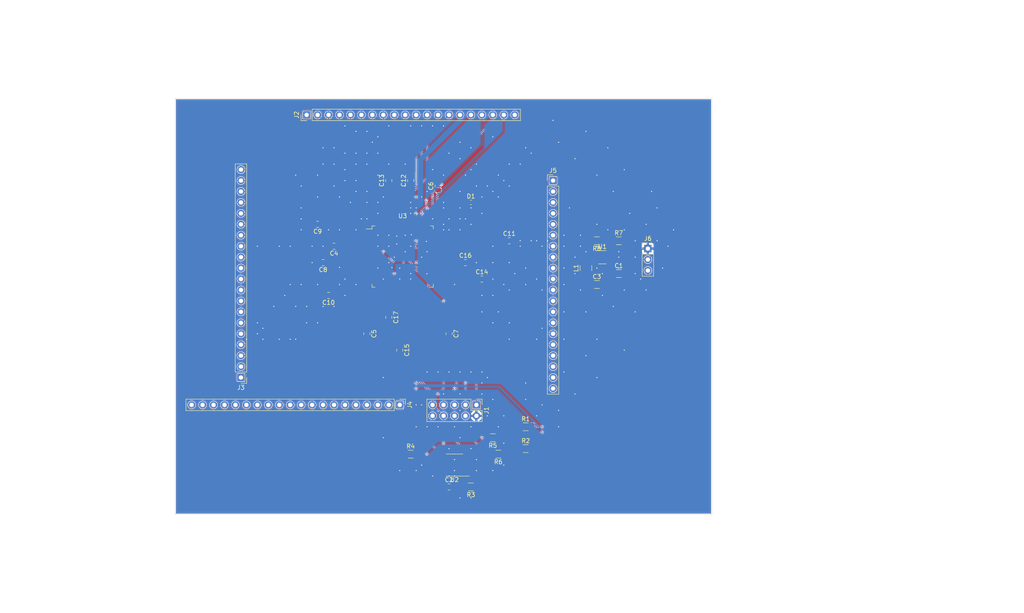
<source format=kicad_pcb>
(kicad_pcb (version 20171130) (host pcbnew 5.1.4+dfsg1-1)
  (layers (0 F.Cu signal) (31 B.Cu signal) (34 B.Paste user hide) (35 F.Paste user hide) (36 B.SilkS user) (37 F.SilkS user) (38 B.Mask user) (39 F.Mask user) (44 Edge.Cuts user))
  (net 0 "")
  (net 1 GND)
  (net 2 +3V3)
  (net 3 +1V2)
  (net 4 "Net-(D1-Pad1)")
  (net 5 "Net-(J1-Pad3)")
  (net 6 "Net-(J1-Pad4)")
  (net 7 CDONE)
  (net 8 SPI_CS)
  (net 9 CRESET)
  (net 10 SPI_SCK)
  (net 11 SPI_IN)
  (net 12 SPI_OUT)
  (net 13 IO78)
  (net 14 IO79)
  (net 15 IO80)
  (net 16 IO81)
  (net 17 IO82)
  (net 18 IO83)
  (net 19 IO85)
  (net 20 IO86)
  (net 21 IO87)
  (net 22 IO89)
  (net 23 IO90)
  (net 24 IO91)
  (net 25 IO93)
  (net 26 IO94)
  (net 27 IO95)
  (net 28 IO96)
  (net 29 IO97)
  (net 30 IO99)
  (net 31 IO100)
  (net 32 "Net-(J2-Pad1)")
  (net 33 "Net-(J3-Pad1)")
  (net 34 "Net-(J3-Pad2)")
  (net 35 IO25)
  (net 36 IO24)
  (net 37 IO21)
  (net 38 IO20)
  (net 39 IO19)
  (net 40 IO18)
  (net 41 IO16)
  (net 42 IO15)
  (net 43 IO13)
  (net 44 IO12)
  (net 45 IO10)
  (net 46 IO9)
  (net 47 IO8)
  (net 48 IO7)
  (net 49 IO4)
  (net 50 IO3)
  (net 51 IO2)
  (net 52 IO1)
  (net 53 "Net-(J4-Pad20)")
  (net 54 "Net-(J4-Pad19)")
  (net 55 "Net-(J4-Pad18)")
  (net 56 "Net-(J4-Pad17)")
  (net 57 "Net-(J4-Pad16)")
  (net 58 "Net-(J4-Pad15)")
  (net 59 "Net-(J4-Pad14)")
  (net 60 "Net-(J4-Pad13)")
  (net 61 IO26)
  (net 62 IO27)
  (net 63 IO28)
  (net 64 IO29)
  (net 65 IO30)
  (net 66 IO33)
  (net 67 IO34)
  (net 68 IO36)
  (net 69 IO37)
  (net 70 IO40)
  (net 71 IO41)
  (net 72 IO43)
  (net 73 IO74)
  (net 74 IO73)
  (net 75 IO72)
  (net 76 IO71)
  (net 77 IO69)
  (net 78 IO68)
  (net 79 IO66)
  (net 80 IO65)
  (net 81 IO64)
  (net 82 IO63)
  (net 83 IO62)
  (net 84 IO60)
  (net 85 IO59)
  (net 86 IO57)
  (net 87 IO56)
  (net 88 IO54)
  (net 89 IO53)
  (net 90 IO52)
  (net 91 IO51)
  (net 92 "Net-(J5-Pad20)")
  (net 93 "Net-(L1-Pad2)")
  (net 94 "Net-(R7-Pad1)")
  (net 95 "Net-(U3-Pad76)")
  (module Package_QFP:LQFP-100_14x14mm_P0.5mm (layer F.Cu) (at 136.565001 79.865001)
    (fp_text reference U3 (at 0 -9.42) (layer F.SilkS))
    (fp_text value "ICE40HX1K-VQ100(VQFP100)")
    (pad 1 smd roundrect (at -7.675 -6) (size 1.6 0.2) (layers F.Cu F.Paste F.Mask) (net 52 IO1))
    (pad 2 smd roundrect (at -7.675 -5.5) (size 1.6 0.2) (layers F.Cu F.Paste F.Mask) (net 51 IO2))
    (pad 3 smd roundrect (at -7.675 -5) (size 1.6 0.2) (layers F.Cu F.Paste F.Mask) (net 50 IO3))
    (pad 4 smd roundrect (at -7.675 -4.5) (size 1.6 0.2) (layers F.Cu F.Paste F.Mask) (net 49 IO4))
    (pad 5 smd roundrect (at -7.675 -4) (size 1.6 0.2) (layers F.Cu F.Paste F.Mask) (net 1 GND))
    (pad 6 smd roundrect (at -7.675 -3.5) (size 1.6 0.2) (layers F.Cu F.Paste F.Mask) (net 2 +3V3))
    (pad 7 smd roundrect (at -7.675 -3) (size 1.6 0.2) (layers F.Cu F.Paste F.Mask) (net 48 IO7))
    (pad 8 smd roundrect (at -7.675 -2.5) (size 1.6 0.2) (layers F.Cu F.Paste F.Mask) (net 47 IO8))
    (pad 9 smd roundrect (at -7.675 -2) (size 1.6 0.2) (layers F.Cu F.Paste F.Mask) (net 46 IO9))
    (pad 10 smd roundrect (at -7.675 -1.5) (size 1.6 0.2) (layers F.Cu F.Paste F.Mask) (net 45 IO10))
    (pad 11 smd roundrect (at -7.675 -1) (size 1.6 0.2) (layers F.Cu F.Paste F.Mask) (net 3 +1V2))
    (pad 12 smd roundrect (at -7.675 -0.5) (size 1.6 0.2) (layers F.Cu F.Paste F.Mask) (net 44 IO12))
    (pad 13 smd roundrect (at -7.675 0) (size 1.6 0.2) (layers F.Cu F.Paste F.Mask) (net 43 IO13))
    (pad 14 smd roundrect (at -7.675 0.5) (size 1.6 0.2) (layers F.Cu F.Paste F.Mask) (net 2 +3V3))
    (pad 15 smd roundrect (at -7.675 1) (size 1.6 0.2) (layers F.Cu F.Paste F.Mask) (net 42 IO15))
    (pad 16 smd roundrect (at -7.675 1.5) (size 1.6 0.2) (layers F.Cu F.Paste F.Mask) (net 41 IO16))
    (pad 17 smd roundrect (at -7.675 2) (size 1.6 0.2) (layers F.Cu F.Paste F.Mask) (net 1 GND))
    (pad 18 smd roundrect (at -7.675 2.5) (size 1.6 0.2) (layers F.Cu F.Paste F.Mask) (net 40 IO18))
    (pad 19 smd roundrect (at -7.675 3) (size 1.6 0.2) (layers F.Cu F.Paste F.Mask) (net 39 IO19))
    (pad 20 smd roundrect (at -7.675 3.5) (size 1.6 0.2) (layers F.Cu F.Paste F.Mask) (net 38 IO20))
    (pad 21 smd roundrect (at -7.675 4) (size 1.6 0.2) (layers F.Cu F.Paste F.Mask) (net 37 IO21))
    (pad 22 smd roundrect (at -7.675 4.5) (size 1.6 0.2) (layers F.Cu F.Paste F.Mask) (net 2 +3V3))
    (pad 23 smd roundrect (at -7.675 5) (size 1.6 0.2) (layers F.Cu F.Paste F.Mask) (net 1 GND))
    (pad 24 smd roundrect (at -7.675 5.5) (size 1.6 0.2) (layers F.Cu F.Paste F.Mask) (net 36 IO24))
    (pad 25 smd roundrect (at -7.675 6) (size 1.6 0.2) (layers F.Cu F.Paste F.Mask) (net 35 IO25))
    (pad 26 smd roundrect (at -6 7.675) (size 0.2 1.6) (layers F.Cu F.Paste F.Mask) (net 61 IO26))
    (pad 27 smd roundrect (at -5.5 7.675) (size 0.2 1.6) (layers F.Cu F.Paste F.Mask) (net 62 IO27))
    (pad 28 smd roundrect (at -5 7.675) (size 0.2 1.6) (layers F.Cu F.Paste F.Mask) (net 63 IO28))
    (pad 29 smd roundrect (at -4.5 7.675) (size 0.2 1.6) (layers F.Cu F.Paste F.Mask) (net 64 IO29))
    (pad 30 smd roundrect (at -4 7.675) (size 0.2 1.6) (layers F.Cu F.Paste F.Mask) (net 65 IO30))
    (pad 31 smd roundrect (at -3.5 7.675) (size 0.2 1.6) (layers F.Cu F.Paste F.Mask) (net 2 +3V3))
    (pad 32 smd roundrect (at -3 7.675) (size 0.2 1.6) (layers F.Cu F.Paste F.Mask) (net 1 GND))
    (pad 33 smd roundrect (at -2.5 7.675) (size 0.2 1.6) (layers F.Cu F.Paste F.Mask) (net 66 IO33))
    (pad 34 smd roundrect (at -2 7.675) (size 0.2 1.6) (layers F.Cu F.Paste F.Mask) (net 67 IO34))
    (pad 35 smd roundrect (at -1.5 7.675) (size 0.2 1.6) (layers F.Cu F.Paste F.Mask) (net 3 +1V2))
    (pad 36 smd roundrect (at -1 7.675) (size 0.2 1.6) (layers F.Cu F.Paste F.Mask) (net 68 IO36))
    (pad 37 smd roundrect (at -0.5 7.675) (size 0.2 1.6) (layers F.Cu F.Paste F.Mask) (net 69 IO37))
    (pad 38 smd roundrect (at 0 7.675) (size 0.2 1.6) (layers F.Cu F.Paste F.Mask) (net 2 +3V3))
    (pad 39 smd roundrect (at 0.5 7.675) (size 0.2 1.6) (layers F.Cu F.Paste F.Mask) (net 1 GND))
    (pad 40 smd roundrect (at 1 7.675) (size 0.2 1.6) (layers F.Cu F.Paste F.Mask) (net 70 IO40))
    (pad 41 smd roundrect (at 1.5 7.675) (size 0.2 1.6) (layers F.Cu F.Paste F.Mask) (net 71 IO41))
    (pad 42 smd roundrect (at 2 7.675) (size 0.2 1.6) (layers F.Cu F.Paste F.Mask) (net 72 IO43))
    (pad 43 smd roundrect (at 2.5 7.675) (size 0.2 1.6) (layers F.Cu F.Paste F.Mask) (net 7 CDONE))
    (pad 44 smd roundrect (at 3 7.675) (size 0.2 1.6) (layers F.Cu F.Paste F.Mask) (net 9 CRESET))
    (pad 45 smd roundrect (at 3.5 7.675) (size 0.2 1.6) (layers F.Cu F.Paste F.Mask) (net 12 SPI_OUT))
    (pad 46 smd roundrect (at 4 7.675) (size 0.2 1.6) (layers F.Cu F.Paste F.Mask) (net 11 SPI_IN))
    (pad 47 smd roundrect (at 4.5 7.675) (size 0.2 1.6) (layers F.Cu F.Paste F.Mask) (net 1 GND))
    (pad 48 smd roundrect (at 5 7.675) (size 0.2 1.6) (layers F.Cu F.Paste F.Mask) (net 10 SPI_SCK))
    (pad 49 smd roundrect (at 5.5 7.675) (size 0.2 1.6) (layers F.Cu F.Paste F.Mask) (net 8 SPI_CS))
    (pad 50 smd roundrect (at 6 7.675) (size 0.2 1.6) (layers F.Cu F.Paste F.Mask) (net 2 +3V3))
    (pad 51 smd roundrect (at 7.675 6) (size 1.6 0.2) (layers F.Cu F.Paste F.Mask) (net 91 IO51))
    (pad 52 smd roundrect (at 7.675 5.5) (size 1.6 0.2) (layers F.Cu F.Paste F.Mask) (net 90 IO52))
    (pad 53 smd roundrect (at 7.675 5) (size 1.6 0.2) (layers F.Cu F.Paste F.Mask) (net 89 IO53))
    (pad 54 smd roundrect (at 7.675 4.5) (size 1.6 0.2) (layers F.Cu F.Paste F.Mask) (net 88 IO54))
    (pad 55 smd roundrect (at 7.675 4) (size 1.6 0.2) (layers F.Cu F.Paste F.Mask) (net 1 GND))
    (pad 56 smd roundrect (at 7.675 3.5) (size 1.6 0.2) (layers F.Cu F.Paste F.Mask) (net 87 IO56))
    (pad 57 smd roundrect (at 7.675 3) (size 1.6 0.2) (layers F.Cu F.Paste F.Mask) (net 86 IO57))
    (pad 58 smd roundrect (at 7.675 2.5) (size 1.6 0.2) (layers F.Cu F.Paste F.Mask) (net 2 +3V3))
    (pad 59 smd roundrect (at 7.675 2) (size 1.6 0.2) (layers F.Cu F.Paste F.Mask) (net 85 IO59))
    (pad 60 smd roundrect (at 7.675 1.5) (size 1.6 0.2) (layers F.Cu F.Paste F.Mask) (net 84 IO60))
    (pad 61 smd roundrect (at 7.675 1) (size 1.6 0.2) (layers F.Cu F.Paste F.Mask) (net 3 +1V2))
    (pad 62 smd roundrect (at 7.675 0.5) (size 1.6 0.2) (layers F.Cu F.Paste F.Mask) (net 83 IO62))
    (pad 63 smd roundrect (at 7.675 0) (size 1.6 0.2) (layers F.Cu F.Paste F.Mask) (net 82 IO63))
    (pad 64 smd roundrect (at 7.675 -0.5) (size 1.6 0.2) (layers F.Cu F.Paste F.Mask) (net 81 IO64))
    (pad 65 smd roundrect (at 7.675 -1) (size 1.6 0.2) (layers F.Cu F.Paste F.Mask) (net 80 IO65))
    (pad 66 smd roundrect (at 7.675 -1.5) (size 1.6 0.2) (layers F.Cu F.Paste F.Mask) (net 79 IO66))
    (pad 67 smd roundrect (at 7.675 -2) (size 1.6 0.2) (layers F.Cu F.Paste F.Mask) (net 2 +3V3))
    (pad 68 smd roundrect (at 7.675 -2.5) (size 1.6 0.2) (layers F.Cu F.Paste F.Mask) (net 78 IO68))
    (pad 69 smd roundrect (at 7.675 -3) (size 1.6 0.2) (layers F.Cu F.Paste F.Mask) (net 77 IO69))
    (pad 70 smd roundrect (at 7.675 -3.5) (size 1.6 0.2) (layers F.Cu F.Paste F.Mask) (net 1 GND))
    (pad 71 smd roundrect (at 7.675 -4) (size 1.6 0.2) (layers F.Cu F.Paste F.Mask) (net 76 IO71))
    (pad 72 smd roundrect (at 7.675 -4.5) (size 1.6 0.2) (layers F.Cu F.Paste F.Mask) (net 75 IO72))
    (pad 73 smd roundrect (at 7.675 -5) (size 1.6 0.2) (layers F.Cu F.Paste F.Mask) (net 74 IO73))
    (pad 74 smd roundrect (at 7.675 -5.5) (size 1.6 0.2) (layers F.Cu F.Paste F.Mask) (net 73 IO74))
    (pad 75 smd roundrect (at 7.675 -6) (size 1.6 0.2) (layers F.Cu F.Paste F.Mask) (net 4 "Net-(D1-Pad1)"))
    (pad 76 smd roundrect (at 6 -7.675) (size 0.2 1.6) (layers F.Cu F.Paste F.Mask) (net 95 "Net-(U3-Pad76)"))
    (pad 77 smd roundrect (at 5.5 -7.675) (size 0.2 1.6) (layers F.Cu F.Paste F.Mask) (net 3 +1V2))
    (pad 78 smd roundrect (at 5 -7.675) (size 0.2 1.6) (layers F.Cu F.Paste F.Mask) (net 13 IO78))
    (pad 79 smd roundrect (at 4.5 -7.675) (size 0.2 1.6) (layers F.Cu F.Paste F.Mask) (net 14 IO79))
    (pad 80 smd roundrect (at 4 -7.675) (size 0.2 1.6) (layers F.Cu F.Paste F.Mask) (net 15 IO80))
    (pad 81 smd roundrect (at 3.5 -7.675) (size 0.2 1.6) (layers F.Cu F.Paste F.Mask) (net 16 IO81))
    (pad 82 smd roundrect (at 3 -7.675) (size 0.2 1.6) (layers F.Cu F.Paste F.Mask) (net 17 IO82))
    (pad 83 smd roundrect (at 2.5 -7.675) (size 0.2 1.6) (layers F.Cu F.Paste F.Mask) (net 18 IO83))
    (pad 84 smd roundrect (at 2 -7.675) (size 0.2 1.6) (layers F.Cu F.Paste F.Mask) (net 1 GND))
    (pad 85 smd roundrect (at 1.5 -7.675) (size 0.2 1.6) (layers F.Cu F.Paste F.Mask) (net 19 IO85))
    (pad 86 smd roundrect (at 1 -7.675) (size 0.2 1.6) (layers F.Cu F.Paste F.Mask) (net 20 IO86))
    (pad 87 smd roundrect (at 0.5 -7.675) (size 0.2 1.6) (layers F.Cu F.Paste F.Mask) (net 21 IO87))
    (pad 88 smd roundrect (at 0 -7.675) (size 0.2 1.6) (layers F.Cu F.Paste F.Mask) (net 2 +3V3))
    (pad 89 smd roundrect (at -0.5 -7.675) (size 0.2 1.6) (layers F.Cu F.Paste F.Mask) (net 22 IO89))
    (pad 90 smd roundrect (at -1 -7.675) (size 0.2 1.6) (layers F.Cu F.Paste F.Mask) (net 23 IO90))
    (pad 91 smd roundrect (at -1.5 -7.675) (size 0.2 1.6) (layers F.Cu F.Paste F.Mask) (net 24 IO91))
    (pad 92 smd roundrect (at -2 -7.675) (size 0.2 1.6) (layers F.Cu F.Paste F.Mask) (net 2 +3V3))
    (pad 93 smd roundrect (at -2.5 -7.675) (size 0.2 1.6) (layers F.Cu F.Paste F.Mask) (net 25 IO93))
    (pad 94 smd roundrect (at -3 -7.675) (size 0.2 1.6) (layers F.Cu F.Paste F.Mask) (net 26 IO94))
    (pad 95 smd roundrect (at -3.5 -7.675) (size 0.2 1.6) (layers F.Cu F.Paste F.Mask) (net 27 IO95))
    (pad 96 smd roundrect (at -4 -7.675) (size 0.2 1.6) (layers F.Cu F.Paste F.Mask) (net 28 IO96))
    (pad 97 smd roundrect (at -4.5 -7.675) (size 0.2 1.6) (layers F.Cu F.Paste F.Mask) (net 29 IO97))
    (pad 98 smd roundrect (at -5 -7.675) (size 0.2 1.6) (layers F.Cu F.Paste F.Mask) (net 1 GND))
    (pad 99 smd roundrect (at -5.5 -7.675) (size 0.2 1.6) (layers F.Cu F.Paste F.Mask) (net 30 IO99))
    (pad 100 smd roundrect (at -6 -7.675) (size 0.2 1.6) (layers F.Cu F.Paste F.Mask) (net 31 IO100))
  )
  (module Capacitor_SMD:C_1206_3216Metric (layer F.Cu) (at 186.69 83.82)
    (fp_text reference C1 (at 0 -1.82) (layer F.SilkS))
    (fp_text value C)
    (pad 2 smd roundrect (at 1.4 0) (size 1.25 1.75) (layers F.Cu F.Paste F.Mask) (roundrect_rratio 0.2) (net 1 GND))
    (pad 1 smd roundrect (at -1.4 0) (size 1.25 1.75) (layers F.Cu F.Paste F.Mask) (roundrect_rratio 0.2) (net 2 +3V3))
  )
  (module Capacitor_SMD:C_0805_2012Metric (layer F.Cu) (at 147.32 133.35)
    (fp_text reference C2 (at 0 -1.65) (layer F.SilkS))
    (fp_text value 0.1uF)
    (pad 2 smd roundrect (at 0.9375 0) (size 0.975 1.4) (layers F.Cu F.Paste F.Mask) (net 1 GND))
    (pad 1 smd roundrect (at -0.9375 0) (size 0.975 1.4) (layers F.Cu F.Paste F.Mask) (net 2 +3V3))
  )
  (module Capacitor_SMD:C_1206_3216Metric (layer F.Cu) (at 181.61 86.36)
    (fp_text reference C3 (at 0 -1.82) (layer F.SilkS))
    (fp_text value C)
    (pad 1 smd roundrect (at -1.4 0) (size 1.25 1.75) (layers F.Cu F.Paste F.Mask) (roundrect_rratio 0.2) (net 3 +1V2))
    (pad 2 smd roundrect (at 1.4 0) (size 1.25 1.75) (layers F.Cu F.Paste F.Mask) (roundrect_rratio 0.2) (net 1 GND))
  )
  (module Capacitor_SMD:C_0805_2012Metric (layer F.Cu) (at 120.65 77.47 180)
    (fp_text reference C4 (at 0 -1.65) (layer F.SilkS))
    (fp_text value 0.1uF)
    (pad 2 smd roundrect (at 0.9375 0 180) (size 0.975 1.4) (layers F.Cu F.Paste F.Mask) (net 1 GND))
    (pad 1 smd roundrect (at -0.9375 0 180) (size 0.975 1.4) (layers F.Cu F.Paste F.Mask) (net 3 +1V2))
  )
  (module Capacitor_SMD:C_0805_2012Metric (layer F.Cu) (at 128.27 97.79 270)
    (fp_text reference C5 (at 0 -1.65 90) (layer F.SilkS))
    (fp_text value 0.1uF)
    (pad 1 smd roundrect (at -0.9375 0 270) (size 0.975 1.4) (layers F.Cu F.Paste F.Mask) (net 2 +3V3))
    (pad 2 smd roundrect (at 0.9375 0 270) (size 0.975 1.4) (layers F.Cu F.Paste F.Mask) (net 1 GND))
  )
  (module Capacitor_SMD:C_0805_2012Metric (layer F.Cu) (at 144.78 63.5 90)
    (fp_text reference C6 (at 0 -1.65 90) (layer F.SilkS))
    (fp_text value 0.1uF)
    (pad 2 smd roundrect (at 0.9375 0 90) (size 0.975 1.4) (layers F.Cu F.Paste F.Mask) (net 1 GND))
    (pad 1 smd roundrect (at -0.9375 0 90) (size 0.975 1.4) (layers F.Cu F.Paste F.Mask) (net 3 +1V2))
  )
  (module Capacitor_SMD:C_0805_2012Metric (layer F.Cu) (at 147.32 97.79 270)
    (fp_text reference C7 (at 0 -1.65 90) (layer F.SilkS))
    (fp_text value 0.1uF)
    (pad 2 smd roundrect (at 0.9375 0 270) (size 0.975 1.4) (layers F.Cu F.Paste F.Mask) (net 1 GND))
    (pad 1 smd roundrect (at -0.9375 0 270) (size 0.975 1.4) (layers F.Cu F.Paste F.Mask) (net 2 +3V3))
  )
  (module Capacitor_SMD:C_0805_2012Metric (layer F.Cu) (at 118.11 81.28 180)
    (fp_text reference C8 (at 0 -1.65) (layer F.SilkS))
    (fp_text value 0.1uF)
    (pad 1 smd roundrect (at -0.9375 0 180) (size 0.975 1.4) (layers F.Cu F.Paste F.Mask) (net 2 +3V3))
    (pad 2 smd roundrect (at 0.9375 0 180) (size 0.975 1.4) (layers F.Cu F.Paste F.Mask) (net 1 GND))
  )
  (module Capacitor_SMD:C_0805_2012Metric (layer F.Cu) (at 116.84 72.39 180)
    (fp_text reference C9 (at 0 -1.65) (layer F.SilkS))
    (fp_text value 0.1uF)
    (pad 1 smd roundrect (at -0.9375 0 180) (size 0.975 1.4) (layers F.Cu F.Paste F.Mask) (net 2 +3V3))
    (pad 2 smd roundrect (at 0.9375 0 180) (size 0.975 1.4) (layers F.Cu F.Paste F.Mask) (net 1 GND))
  )
  (module Capacitor_SMD:C_0805_2012Metric (layer F.Cu) (at 119.38 88.9 180)
    (fp_text reference C10 (at 0 -1.65) (layer F.SilkS))
    (fp_text value 0.1uF)
    (pad 1 smd roundrect (at -0.9375 0 180) (size 0.975 1.4) (layers F.Cu F.Paste F.Mask) (net 2 +3V3))
    (pad 2 smd roundrect (at 0.9375 0 180) (size 0.975 1.4) (layers F.Cu F.Paste F.Mask) (net 1 GND))
  )
  (module Capacitor_SMD:C_0805_2012Metric (layer F.Cu) (at 161.29 76.2)
    (fp_text reference C11 (at 0 -1.65) (layer F.SilkS))
    (fp_text value 0.1uF)
    (pad 1 smd roundrect (at -0.9375 0) (size 0.975 1.4) (layers F.Cu F.Paste F.Mask) (net 2 +3V3))
    (pad 2 smd roundrect (at 0.9375 0) (size 0.975 1.4) (layers F.Cu F.Paste F.Mask) (net 1 GND))
  )
  (module Capacitor_SMD:C_0805_2012Metric (layer F.Cu) (at 138.43 62.23 90)
    (fp_text reference C12 (at 0 -1.65 90) (layer F.SilkS))
    (fp_text value 0.1uF)
    (pad 1 smd roundrect (at -0.9375 0 90) (size 0.975 1.4) (layers F.Cu F.Paste F.Mask) (net 2 +3V3))
    (pad 2 smd roundrect (at 0.9375 0 90) (size 0.975 1.4) (layers F.Cu F.Paste F.Mask) (net 1 GND))
  )
  (module Capacitor_SMD:C_0805_2012Metric (layer F.Cu) (at 133.35 62.23 90)
    (fp_text reference C13 (at 0 -1.65 90) (layer F.SilkS))
    (fp_text value 0.1uF)
    (pad 2 smd roundrect (at 0.9375 0 90) (size 0.975 1.4) (layers F.Cu F.Paste F.Mask) (net 1 GND))
    (pad 1 smd roundrect (at -0.9375 0 90) (size 0.975 1.4) (layers F.Cu F.Paste F.Mask) (net 2 +3V3))
  )
  (module Capacitor_SMD:C_0805_2012Metric (layer F.Cu) (at 154.94 85.09)
    (fp_text reference C14 (at 0 -1.65) (layer F.SilkS))
    (fp_text value 0.1uF)
    (pad 2 smd roundrect (at 0.9375 0) (size 0.975 1.4) (layers F.Cu F.Paste F.Mask) (net 1 GND))
    (pad 1 smd roundrect (at -0.9375 0) (size 0.975 1.4) (layers F.Cu F.Paste F.Mask) (net 2 +3V3))
  )
  (module Capacitor_SMD:C_0805_2012Metric (layer F.Cu) (at 135.89 101.6 270)
    (fp_text reference C15 (at 0 -1.65 90) (layer F.SilkS))
    (fp_text value 0.1uF)
    (pad 1 smd roundrect (at -0.9375 0 270) (size 0.975 1.4) (layers F.Cu F.Paste F.Mask) (net 2 +3V3))
    (pad 2 smd roundrect (at 0.9375 0 270) (size 0.975 1.4) (layers F.Cu F.Paste F.Mask) (net 1 GND))
  )
  (module Capacitor_SMD:C_0805_2012Metric (layer F.Cu) (at 151.13 81.28)
    (fp_text reference C16 (at 0 -1.65) (layer F.SilkS))
    (fp_text value 0.1uF)
    (pad 1 smd roundrect (at -0.9375 0) (size 0.975 1.4) (layers F.Cu F.Paste F.Mask) (net 3 +1V2))
    (pad 2 smd roundrect (at 0.9375 0) (size 0.975 1.4) (layers F.Cu F.Paste F.Mask) (net 1 GND))
  )
  (module Capacitor_SMD:C_0805_2012Metric (layer F.Cu) (at 133.35 93.98 270)
    (fp_text reference C17 (at 0 -1.65 90) (layer F.SilkS))
    (fp_text value 0.1uF)
    (pad 2 smd roundrect (at 0.9375 0 270) (size 0.975 1.4) (layers F.Cu F.Paste F.Mask) (net 1 GND))
    (pad 1 smd roundrect (at -0.9375 0 270) (size 0.975 1.4) (layers F.Cu F.Paste F.Mask) (net 3 +1V2))
  )
  (module Capacitor_SMD:C_0603_1608Metric (layer F.Cu) (at 152.4 67.31)
    (fp_text reference D1 (at 0 -1.43) (layer F.SilkS))
    (fp_text value D)
    (pad 1 smd roundrect (at -0.7875 0) (size 0.875 0.95) (layers F.Cu F.Paste F.Mask) (net 4 "Net-(D1-Pad1)"))
    (pad 2 smd roundrect (at 0.7875 0) (size 0.875 0.95) (layers F.Cu F.Paste F.Mask) (net 2 +3V3))
  )
  (module Connector_PinHeader_2.54mm:PinHeader_2x05_P2.54mm_Vertical (layer F.Cu) (at 153.67 114.3 270)
    (fp_text reference J1 (at 1.27 -2.33 90) (layer F.SilkS))
    (fp_text value Conn_02x05_Odd_Even)
    (pad 1 thru_hole rect (at 0 0 270) (size 1.7 1.7) (drill 1) (layers *.Cu *.Mask) (net 2 +3V3))
    (pad 2 thru_hole oval (at 2.54 0 270) (size 1.7 1.7) (drill 1) (layers *.Cu *.Mask) (net 1 GND))
    (pad 3 thru_hole oval (at 0 2.54 270) (size 1.7 1.7) (drill 1) (layers *.Cu *.Mask) (net 5 "Net-(J1-Pad3)"))
    (pad 4 thru_hole oval (at 2.54 2.54 270) (size 1.7 1.7) (drill 1) (layers *.Cu *.Mask) (net 6 "Net-(J1-Pad4)"))
    (pad 5 thru_hole oval (at 0 5.08 270) (size 1.7 1.7) (drill 1) (layers *.Cu *.Mask) (net 7 CDONE))
    (pad 6 thru_hole oval (at 2.54 5.08 270) (size 1.7 1.7) (drill 1) (layers *.Cu *.Mask) (net 8 SPI_CS))
    (pad 7 thru_hole oval (at 0 7.62 270) (size 1.7 1.7) (drill 1) (layers *.Cu *.Mask) (net 9 CRESET))
    (pad 8 thru_hole oval (at 2.54 7.62 270) (size 1.7 1.7) (drill 1) (layers *.Cu *.Mask) (net 10 SPI_SCK))
    (pad 9 thru_hole oval (at 0 10.16 270) (size 1.7 1.7) (drill 1) (layers *.Cu *.Mask) (net 11 SPI_IN))
    (pad 10 thru_hole oval (at 2.54 10.16 270) (size 1.7 1.7) (drill 1) (layers *.Cu *.Mask) (net 12 SPI_OUT))
  )
  (module Connector_PinHeader_2.54mm:PinHeader_1x20_P2.54mm_Vertical (layer F.Cu) (at 114.3 46.99 90)
    (fp_text reference J2 (at 0 -2.33 90) (layer F.SilkS))
    (fp_text value Conn_01x20_Male)
    (pad 20 thru_hole oval (at 0 48.26 90) (size 1.7 1.7) (drill 1) (layers *.Cu *.Mask) (net 13 IO78))
    (pad 19 thru_hole oval (at 0 45.72 90) (size 1.7 1.7) (drill 1) (layers *.Cu *.Mask) (net 14 IO79))
    (pad 18 thru_hole oval (at 0 43.18 90) (size 1.7 1.7) (drill 1) (layers *.Cu *.Mask) (net 15 IO80))
    (pad 17 thru_hole oval (at 0 40.64 90) (size 1.7 1.7) (drill 1) (layers *.Cu *.Mask) (net 16 IO81))
    (pad 16 thru_hole oval (at 0 38.1 90) (size 1.7 1.7) (drill 1) (layers *.Cu *.Mask) (net 17 IO82))
    (pad 15 thru_hole oval (at 0 35.56 90) (size 1.7 1.7) (drill 1) (layers *.Cu *.Mask) (net 18 IO83))
    (pad 14 thru_hole oval (at 0 33.02 90) (size 1.7 1.7) (drill 1) (layers *.Cu *.Mask) (net 19 IO85))
    (pad 13 thru_hole oval (at 0 30.48 90) (size 1.7 1.7) (drill 1) (layers *.Cu *.Mask) (net 20 IO86))
    (pad 12 thru_hole oval (at 0 27.94 90) (size 1.7 1.7) (drill 1) (layers *.Cu *.Mask) (net 21 IO87))
    (pad 11 thru_hole oval (at 0 25.4 90) (size 1.7 1.7) (drill 1) (layers *.Cu *.Mask) (net 22 IO89))
    (pad 10 thru_hole oval (at 0 22.86 90) (size 1.7 1.7) (drill 1) (layers *.Cu *.Mask) (net 23 IO90))
    (pad 9 thru_hole oval (at 0 20.32 90) (size 1.7 1.7) (drill 1) (layers *.Cu *.Mask) (net 24 IO91))
    (pad 8 thru_hole oval (at 0 17.78 90) (size 1.7 1.7) (drill 1) (layers *.Cu *.Mask) (net 25 IO93))
    (pad 7 thru_hole oval (at 0 15.24 90) (size 1.7 1.7) (drill 1) (layers *.Cu *.Mask) (net 26 IO94))
    (pad 6 thru_hole oval (at 0 12.7 90) (size 1.7 1.7) (drill 1) (layers *.Cu *.Mask) (net 27 IO95))
    (pad 5 thru_hole oval (at 0 10.16 90) (size 1.7 1.7) (drill 1) (layers *.Cu *.Mask) (net 28 IO96))
    (pad 4 thru_hole oval (at 0 7.62 90) (size 1.7 1.7) (drill 1) (layers *.Cu *.Mask) (net 29 IO97))
    (pad 3 thru_hole oval (at 0 5.08 90) (size 1.7 1.7) (drill 1) (layers *.Cu *.Mask) (net 30 IO99))
    (pad 2 thru_hole oval (at 0 2.54 90) (size 1.7 1.7) (drill 1) (layers *.Cu *.Mask) (net 31 IO100))
    (pad 1 thru_hole rect (at 0 0 90) (size 1.7 1.7) (drill 1) (layers *.Cu *.Mask) (net 32 "Net-(J2-Pad1)"))
  )
  (module Connector_PinHeader_2.54mm:PinHeader_1x20_P2.54mm_Vertical (layer F.Cu) (at 99.06 107.95 180)
    (fp_text reference J3 (at 0 -2.33) (layer F.SilkS))
    (fp_text value Conn_01x20_Male)
    (pad 1 thru_hole rect (at 0 0 180) (size 1.7 1.7) (drill 1) (layers *.Cu *.Mask) (net 33 "Net-(J3-Pad1)"))
    (pad 2 thru_hole oval (at 0 2.54 180) (size 1.7 1.7) (drill 1) (layers *.Cu *.Mask) (net 34 "Net-(J3-Pad2)"))
    (pad 3 thru_hole oval (at 0 5.08 180) (size 1.7 1.7) (drill 1) (layers *.Cu *.Mask) (net 35 IO25))
    (pad 4 thru_hole oval (at 0 7.62 180) (size 1.7 1.7) (drill 1) (layers *.Cu *.Mask) (net 36 IO24))
    (pad 5 thru_hole oval (at 0 10.16 180) (size 1.7 1.7) (drill 1) (layers *.Cu *.Mask) (net 37 IO21))
    (pad 6 thru_hole oval (at 0 12.7 180) (size 1.7 1.7) (drill 1) (layers *.Cu *.Mask) (net 38 IO20))
    (pad 7 thru_hole oval (at 0 15.24 180) (size 1.7 1.7) (drill 1) (layers *.Cu *.Mask) (net 39 IO19))
    (pad 8 thru_hole oval (at 0 17.78 180) (size 1.7 1.7) (drill 1) (layers *.Cu *.Mask) (net 40 IO18))
    (pad 9 thru_hole oval (at 0 20.32 180) (size 1.7 1.7) (drill 1) (layers *.Cu *.Mask) (net 41 IO16))
    (pad 10 thru_hole oval (at 0 22.86 180) (size 1.7 1.7) (drill 1) (layers *.Cu *.Mask) (net 42 IO15))
    (pad 11 thru_hole oval (at 0 25.4 180) (size 1.7 1.7) (drill 1) (layers *.Cu *.Mask) (net 43 IO13))
    (pad 12 thru_hole oval (at 0 27.94 180) (size 1.7 1.7) (drill 1) (layers *.Cu *.Mask) (net 44 IO12))
    (pad 13 thru_hole oval (at 0 30.48 180) (size 1.7 1.7) (drill 1) (layers *.Cu *.Mask) (net 45 IO10))
    (pad 14 thru_hole oval (at 0 33.02 180) (size 1.7 1.7) (drill 1) (layers *.Cu *.Mask) (net 46 IO9))
    (pad 15 thru_hole oval (at 0 35.56 180) (size 1.7 1.7) (drill 1) (layers *.Cu *.Mask) (net 47 IO8))
    (pad 16 thru_hole oval (at 0 38.1 180) (size 1.7 1.7) (drill 1) (layers *.Cu *.Mask) (net 48 IO7))
    (pad 17 thru_hole oval (at 0 40.64 180) (size 1.7 1.7) (drill 1) (layers *.Cu *.Mask) (net 49 IO4))
    (pad 18 thru_hole oval (at 0 43.18 180) (size 1.7 1.7) (drill 1) (layers *.Cu *.Mask) (net 50 IO3))
    (pad 19 thru_hole oval (at 0 45.72 180) (size 1.7 1.7) (drill 1) (layers *.Cu *.Mask) (net 51 IO2))
    (pad 20 thru_hole oval (at 0 48.26 180) (size 1.7 1.7) (drill 1) (layers *.Cu *.Mask) (net 52 IO1))
  )
  (module Connector_PinHeader_2.54mm:PinHeader_1x20_P2.54mm_Vertical (layer F.Cu) (at 135.89 114.3 270)
    (fp_text reference J4 (at 0 -2.33 90) (layer F.SilkS))
    (fp_text value Conn_01x20_Male)
    (pad 20 thru_hole oval (at 0 48.26 270) (size 1.7 1.7) (drill 1) (layers *.Cu *.Mask) (net 53 "Net-(J4-Pad20)"))
    (pad 19 thru_hole oval (at 0 45.72 270) (size 1.7 1.7) (drill 1) (layers *.Cu *.Mask) (net 54 "Net-(J4-Pad19)"))
    (pad 18 thru_hole oval (at 0 43.18 270) (size 1.7 1.7) (drill 1) (layers *.Cu *.Mask) (net 55 "Net-(J4-Pad18)"))
    (pad 17 thru_hole oval (at 0 40.64 270) (size 1.7 1.7) (drill 1) (layers *.Cu *.Mask) (net 56 "Net-(J4-Pad17)"))
    (pad 16 thru_hole oval (at 0 38.1 270) (size 1.7 1.7) (drill 1) (layers *.Cu *.Mask) (net 57 "Net-(J4-Pad16)"))
    (pad 15 thru_hole oval (at 0 35.56 270) (size 1.7 1.7) (drill 1) (layers *.Cu *.Mask) (net 58 "Net-(J4-Pad15)"))
    (pad 14 thru_hole oval (at 0 33.02 270) (size 1.7 1.7) (drill 1) (layers *.Cu *.Mask) (net 59 "Net-(J4-Pad14)"))
    (pad 13 thru_hole oval (at 0 30.48 270) (size 1.7 1.7) (drill 1) (layers *.Cu *.Mask) (net 60 "Net-(J4-Pad13)"))
    (pad 12 thru_hole oval (at 0 27.94 270) (size 1.7 1.7) (drill 1) (layers *.Cu *.Mask) (net 61 IO26))
    (pad 11 thru_hole oval (at 0 25.4 270) (size 1.7 1.7) (drill 1) (layers *.Cu *.Mask) (net 62 IO27))
    (pad 10 thru_hole oval (at 0 22.86 270) (size 1.7 1.7) (drill 1) (layers *.Cu *.Mask) (net 63 IO28))
    (pad 9 thru_hole oval (at 0 20.32 270) (size 1.7 1.7) (drill 1) (layers *.Cu *.Mask) (net 64 IO29))
    (pad 8 thru_hole oval (at 0 17.78 270) (size 1.7 1.7) (drill 1) (layers *.Cu *.Mask) (net 65 IO30))
    (pad 7 thru_hole oval (at 0 15.24 270) (size 1.7 1.7) (drill 1) (layers *.Cu *.Mask) (net 66 IO33))
    (pad 6 thru_hole oval (at 0 12.7 270) (size 1.7 1.7) (drill 1) (layers *.Cu *.Mask) (net 67 IO34))
    (pad 5 thru_hole oval (at 0 10.16 270) (size 1.7 1.7) (drill 1) (layers *.Cu *.Mask) (net 68 IO36))
    (pad 4 thru_hole oval (at 0 7.62 270) (size 1.7 1.7) (drill 1) (layers *.Cu *.Mask) (net 69 IO37))
    (pad 3 thru_hole oval (at 0 5.08 270) (size 1.7 1.7) (drill 1) (layers *.Cu *.Mask) (net 70 IO40))
    (pad 2 thru_hole oval (at 0 2.54 270) (size 1.7 1.7) (drill 1) (layers *.Cu *.Mask) (net 71 IO41))
    (pad 1 thru_hole rect (at 0 0 270) (size 1.7 1.7) (drill 1) (layers *.Cu *.Mask) (net 72 IO43))
  )
  (module Connector_PinHeader_2.54mm:PinHeader_1x20_P2.54mm_Vertical (layer F.Cu) (at 171.45 62.23)
    (fp_text reference J5 (at 0 -2.33) (layer F.SilkS))
    (fp_text value Conn_01x20_Male)
    (pad 1 thru_hole rect (at 0 0) (size 1.7 1.7) (drill 1) (layers *.Cu *.Mask) (net 73 IO74))
    (pad 2 thru_hole oval (at 0 2.54) (size 1.7 1.7) (drill 1) (layers *.Cu *.Mask) (net 74 IO73))
    (pad 3 thru_hole oval (at 0 5.08) (size 1.7 1.7) (drill 1) (layers *.Cu *.Mask) (net 75 IO72))
    (pad 4 thru_hole oval (at 0 7.62) (size 1.7 1.7) (drill 1) (layers *.Cu *.Mask) (net 76 IO71))
    (pad 5 thru_hole oval (at 0 10.16) (size 1.7 1.7) (drill 1) (layers *.Cu *.Mask) (net 77 IO69))
    (pad 6 thru_hole oval (at 0 12.7) (size 1.7 1.7) (drill 1) (layers *.Cu *.Mask) (net 78 IO68))
    (pad 7 thru_hole oval (at 0 15.24) (size 1.7 1.7) (drill 1) (layers *.Cu *.Mask) (net 79 IO66))
    (pad 8 thru_hole oval (at 0 17.78) (size 1.7 1.7) (drill 1) (layers *.Cu *.Mask) (net 80 IO65))
    (pad 9 thru_hole oval (at 0 20.32) (size 1.7 1.7) (drill 1) (layers *.Cu *.Mask) (net 81 IO64))
    (pad 10 thru_hole oval (at 0 22.86) (size 1.7 1.7) (drill 1) (layers *.Cu *.Mask) (net 82 IO63))
    (pad 11 thru_hole oval (at 0 25.4) (size 1.7 1.7) (drill 1) (layers *.Cu *.Mask) (net 83 IO62))
    (pad 12 thru_hole oval (at 0 27.94) (size 1.7 1.7) (drill 1) (layers *.Cu *.Mask) (net 84 IO60))
    (pad 13 thru_hole oval (at 0 30.48) (size 1.7 1.7) (drill 1) (layers *.Cu *.Mask) (net 85 IO59))
    (pad 14 thru_hole oval (at 0 33.02) (size 1.7 1.7) (drill 1) (layers *.Cu *.Mask) (net 86 IO57))
    (pad 15 thru_hole oval (at 0 35.56) (size 1.7 1.7) (drill 1) (layers *.Cu *.Mask) (net 87 IO56))
    (pad 16 thru_hole oval (at 0 38.1) (size 1.7 1.7) (drill 1) (layers *.Cu *.Mask) (net 88 IO54))
    (pad 17 thru_hole oval (at 0 40.64) (size 1.7 1.7) (drill 1) (layers *.Cu *.Mask) (net 89 IO53))
    (pad 18 thru_hole oval (at 0 43.18) (size 1.7 1.7) (drill 1) (layers *.Cu *.Mask) (net 90 IO52))
    (pad 19 thru_hole oval (at 0 45.72) (size 1.7 1.7) (drill 1) (layers *.Cu *.Mask) (net 91 IO51))
    (pad 20 thru_hole oval (at 0 48.26) (size 1.7 1.7) (drill 1) (layers *.Cu *.Mask) (net 92 "Net-(J5-Pad20)"))
  )
  (module Connector_PinHeader_2.54mm:PinHeader_1x03_P2.54mm_Vertical (layer F.Cu) (at 193.435001 78.025001)
    (fp_text reference J6 (at 0 -2.33) (layer F.SilkS))
    (fp_text value Conn_01x03_Male)
    (pad 1 thru_hole rect (at 0 0) (size 1.7 1.7) (drill 1) (layers *.Cu *.Mask) (net 1 GND))
    (pad 2 thru_hole oval (at 0 2.54) (size 1.7 1.7) (drill 1) (layers *.Cu *.Mask) (net 2 +3V3))
    (pad 3 thru_hole oval (at 0 5.08) (size 1.7 1.7) (drill 1) (layers *.Cu *.Mask) (net 3 +1V2))
  )
  (module Inductor_SMD:L_1210_3225Metric (layer F.Cu) (at 179.07 82.55 90)
    (fp_text reference L1 (at 0 -2.28 90) (layer F.SilkS))
    (fp_text value L)
    (pad 1 smd roundrect (at -1.4 0 90) (size 1.25 2.65) (layers F.Cu F.Paste F.Mask) (roundrect_rratio 0.2) (net 3 +1V2))
    (pad 2 smd roundrect (at 1.4 0 90) (size 1.25 2.65) (layers F.Cu F.Paste F.Mask) (roundrect_rratio 0.2) (net 93 "Net-(L1-Pad2)"))
  )
  (module Resistor_SMD:R_1206_3216Metric (layer F.Cu) (at 165.1 119.38)
    (fp_text reference R1 (at 0 -1.82) (layer F.SilkS))
    (fp_text value R)
    (pad 1 smd roundrect (at -1.4 0) (size 1.25 1.75) (layers F.Cu F.Paste F.Mask) (roundrect_rratio 0.2) (net 2 +3V3))
    (pad 2 smd roundrect (at 1.4 0) (size 1.25 1.75) (layers F.Cu F.Paste F.Mask) (roundrect_rratio 0.2) (net 7 CDONE))
  )
  (module Resistor_SMD:R_1206_3216Metric (layer F.Cu) (at 165.1 124.46)
    (fp_text reference R2 (at 0 -1.82) (layer F.SilkS))
    (fp_text value R)
    (pad 2 smd roundrect (at 1.4 0) (size 1.25 1.75) (layers F.Cu F.Paste F.Mask) (roundrect_rratio 0.2) (net 9 CRESET))
    (pad 1 smd roundrect (at -1.4 0) (size 1.25 1.75) (layers F.Cu F.Paste F.Mask) (roundrect_rratio 0.2) (net 2 +3V3))
  )
  (module Resistor_SMD:R_1206_3216Metric (layer F.Cu) (at 152.4 133.35 180)
    (fp_text reference R3 (at 0 -1.82) (layer F.SilkS))
    (fp_text value R)
    (pad 1 smd roundrect (at -1.4 0 180) (size 1.25 1.75) (layers F.Cu F.Paste F.Mask) (roundrect_rratio 0.2) (net 2 +3V3))
    (pad 2 smd roundrect (at 1.4 0 180) (size 1.25 1.75) (layers F.Cu F.Paste F.Mask) (roundrect_rratio 0.2) (net 11 SPI_IN))
  )
  (module Resistor_SMD:R_1206_3216Metric (layer F.Cu) (at 138.43 125.73)
    (fp_text reference R4 (at 0 -1.82) (layer F.SilkS))
    (fp_text value R)
    (pad 2 smd roundrect (at 1.4 0) (size 1.25 1.75) (layers F.Cu F.Paste F.Mask) (roundrect_rratio 0.2) (net 12 SPI_OUT))
    (pad 1 smd roundrect (at -1.4 0) (size 1.25 1.75) (layers F.Cu F.Paste F.Mask) (roundrect_rratio 0.2) (net 2 +3V3))
  )
  (module Resistor_SMD:R_1206_3216Metric (layer F.Cu) (at 157.48 121.92 180)
    (fp_text reference R5 (at 0 -1.82) (layer F.SilkS))
    (fp_text value R)
    (pad 1 smd roundrect (at -1.4 0 180) (size 1.25 1.75) (layers F.Cu F.Paste F.Mask) (roundrect_rratio 0.2) (net 2 +3V3))
    (pad 2 smd roundrect (at 1.4 0 180) (size 1.25 1.75) (layers F.Cu F.Paste F.Mask) (roundrect_rratio 0.2) (net 10 SPI_SCK))
  )
  (module Resistor_SMD:R_1206_3216Metric (layer F.Cu) (at 158.75 125.73 180)
    (fp_text reference R6 (at 0 -1.82) (layer F.SilkS))
    (fp_text value R)
    (pad 2 smd roundrect (at 1.4 0 180) (size 1.25 1.75) (layers F.Cu F.Paste F.Mask) (roundrect_rratio 0.2) (net 8 SPI_CS))
    (pad 1 smd roundrect (at -1.4 0 180) (size 1.25 1.75) (layers F.Cu F.Paste F.Mask) (roundrect_rratio 0.2) (net 2 +3V3))
  )
  (module Resistor_SMD:R_1206_3216Metric (layer F.Cu) (at 186.69 76.2)
    (fp_text reference R7 (at 0 -1.82) (layer F.SilkS))
    (fp_text value R)
    (pad 1 smd roundrect (at -1.4 0) (size 1.25 1.75) (layers F.Cu F.Paste F.Mask) (roundrect_rratio 0.2) (net 94 "Net-(R7-Pad1)"))
    (pad 2 smd roundrect (at 1.4 0) (size 1.25 1.75) (layers F.Cu F.Paste F.Mask) (roundrect_rratio 0.2) (net 1 GND))
  )
  (module Resistor_SMD:R_1206_3216Metric (layer F.Cu) (at 181.61 76.2 180)
    (fp_text reference R8 (at 0 -1.82) (layer F.SilkS))
    (fp_text value R)
    (pad 2 smd roundrect (at 1.4 0 180) (size 1.25 1.75) (layers F.Cu F.Paste F.Mask) (roundrect_rratio 0.2) (net 3 +1V2))
    (pad 1 smd roundrect (at -1.4 0 180) (size 1.25 1.75) (layers F.Cu F.Paste F.Mask) (roundrect_rratio 0.2) (net 94 "Net-(R7-Pad1)"))
  )
  (module Package_TO_SOT_SMD:TSOT-23-5 (layer F.Cu) (at 182.88 80.01)
    (fp_text reference U1 (at 0 -2.45) (layer F.SilkS))
    (fp_text value LTC3406ES5)
    (pad 1 smd rect (at -1.31 -0.95) (size 1.22 0.65) (layers F.Cu F.Paste F.Mask) (net 2 +3V3))
    (pad 2 smd rect (at -1.31 0) (size 1.22 0.65) (layers F.Cu F.Paste F.Mask) (net 1 GND))
    (pad 3 smd rect (at -1.31 0.95) (size 1.22 0.65) (layers F.Cu F.Paste F.Mask) (net 93 "Net-(L1-Pad2)"))
    (pad 4 smd rect (at 1.31 0.95) (size 1.22 0.65) (layers F.Cu F.Paste F.Mask) (net 2 +3V3))
    (pad 5 smd rect (at 1.31 -0.95) (size 1.22 0.65) (layers F.Cu F.Paste F.Mask) (net 94 "Net-(R7-Pad1)"))
  )
  (module Package_SO:SOIC-8_3.9x4.9mm_P1.27mm (layer F.Cu) (at 148.59 128.27 180)
    (fp_text reference U2 (at 0 -3.4) (layer F.SilkS))
    (fp_text value AT25SF081-SSHD-X)
    (pad 1 smd roundrect (at -2.475 -1.905 180) (size 1.95 0.6) (layers F.Cu F.Paste F.Mask) (net 8 SPI_CS))
    (pad 2 smd roundrect (at -2.475 -0.635 180) (size 1.95 0.6) (layers F.Cu F.Paste F.Mask) (net 11 SPI_IN))
    (pad 3 smd roundrect (at -2.475 0.635 180) (size 1.95 0.6) (layers F.Cu F.Paste F.Mask) (net 2 +3V3))
    (pad 4 smd roundrect (at -2.475 1.905 180) (size 1.95 0.6) (layers F.Cu F.Paste F.Mask) (net 1 GND))
    (pad 5 smd roundrect (at 2.475 1.905 180) (size 1.95 0.6) (layers F.Cu F.Paste F.Mask) (net 12 SPI_OUT))
    (pad 6 smd roundrect (at 2.475 0.635 180) (size 1.95 0.6) (layers F.Cu F.Paste F.Mask) (net 10 SPI_SCK))
    (pad 7 smd roundrect (at 2.475 -0.635 180) (size 1.95 0.6) (layers F.Cu F.Paste F.Mask) (net 2 +3V3))
    (pad 8 smd roundrect (at 2.475 -1.905 180) (size 1.95 0.6) (layers F.Cu F.Paste F.Mask) (net 2 +3V3))
  )
  (gr_line (start 208.28 43.18) (end 83.82 43.18) (layer Edge.Cuts) (width 0.1))
  (gr_line (start 208.28 139.7) (end 208.28 43.18) (layer Edge.Cuts) (width 0.1))
  (gr_line (start 83.82 139.7) (end 208.28 139.7) (layer Edge.Cuts) (width 0.1))
  (gr_line (start 83.82 43.18) (end 83.82 139.7) (layer Edge.Cuts) (width 0.1))
  (via (at 134.62 80.01) (size 0.5) (drill 0.25) (layers F.Cu B.Cu) (net 1))
  (segment (start 128.890001 84.865001) (end 131.855001 84.865001) (width 0.15) (layer F.Cu) (net 1))
  (segment (start 131.855001 84.865001) (end 132.08 85.09) (width 0.15) (layer F.Cu) (net 1))
  (segment (start 137.065001 85.184999) (end 137.16 85.09) (width 0.15) (layer F.Cu) (net 1))
  (segment (start 137.065001 91.345001) (end 137.16 91.44) (width 0.15) (layer F.Cu) (net 1))
  (segment (start 141.065001 85.185001) (end 140.97 85.09) (width 0.15) (layer F.Cu) (net 1))
  (segment (start 144.240001 83.865001) (end 142.194999 83.865001) (width 0.15) (layer F.Cu) (net 1))
  (segment (start 141.015001 83.865001) (end 140.97 83.82) (width 0.15) (layer F.Cu) (net 1))
  (segment (start 144.240001 83.865001) (end 147.274999 83.865001) (width 0.15) (layer F.Cu) (net 1))
  (segment (start 147.274999 83.865001) (end 147.32 83.82) (width 0.15) (layer F.Cu) (net 1))
  (segment (start 141.135001 76.365001) (end 140.97 76.2) (width 0.15) (layer F.Cu) (net 1))
  (segment (start 138.565001 77.334999) (end 138.43 77.47) (width 0.15) (layer F.Cu) (net 1))
  (segment (start 138.565001 67.445001) (end 138.43 67.31) (width 0.15) (layer F.Cu) (net 1))
  (segment (start 131.565001 72.190001) (end 131.565001 71.290001) (width 0.15) (layer F.Cu) (net 1))
  (segment (start 133.015001 75.865001) (end 133.35 76.2) (width 0.15) (layer F.Cu) (net 1))
  (segment (start 128.890001 75.865001) (end 125.395001 75.865001) (width 0.15) (layer F.Cu) (net 1))
  (segment (start 125.395001 75.865001) (end 124.46 74.93) (width 0.15) (layer F.Cu) (net 1))
  (segment (start 130.749277 75.685001) (end 131.565001 75.685001) (width 0.15) (layer F.Cu) (net 1))
  (segment (start 130.569277 75.865001) (end 130.749277 75.685001) (width 0.15) (layer F.Cu) (net 1))
  (segment (start 142.194999 83.865001) (end 141.015001 83.865001) (width 0.15) (layer F.Cu) (net 1))
  (via (at 142.194999 83.865001) (size 0.5) (drill 0.25) (layers F.Cu B.Cu) (net 1))
  (via (at 138.43 83.82) (size 0.5) (drill 0.25) (layers F.Cu B.Cu) (net 1))
  (segment (start 137.16 85.09) (end 138.43 85.09) (width 0.15) (layer F.Cu) (net 1))
  (via (at 153.67 129.54) (size 0.5) (drill 0.25) (layers F.Cu B.Cu) (net 1))
  (via (at 153.67 127) (size 0.5) (drill 0.25) (layers F.Cu B.Cu) (net 1))
  (via (at 152.4 124.46) (size 0.5) (drill 0.25) (layers F.Cu B.Cu) (net 1))
  (via (at 149.86 121.92) (size 0.5) (drill 0.25) (layers F.Cu B.Cu) (net 1))
  (via (at 148.59 119.38) (size 0.5) (drill 0.25) (layers F.Cu B.Cu) (net 1))
  (segment (start 128.890001 84.865001) (end 127.224999 84.865001) (width 0.15) (layer F.Cu) (net 1))
  (segment (start 127.224999 84.865001) (end 127 85.09) (width 0.15) (layer F.Cu) (net 1))
  (via (at 121.92 82.375009) (size 0.5) (drill 0.25) (layers F.Cu B.Cu) (net 1))
  (segment (start 125.144999 81.865001) (end 122.430008 81.865001) (width 0.15) (layer F.Cu) (net 1))
  (segment (start 122.430008 81.865001) (end 121.92 82.375009) (width 0.15) (layer F.Cu) (net 1))
  (segment (start 182.33 80.01) (end 182.88 80.56) (width 0.15) (layer F.Cu) (net 1))
  (segment (start 181.57 80.01) (end 182.33 80.01) (width 0.15) (layer F.Cu) (net 1))
  (segment (start 182.88 80.56) (end 182.88 81.28) (width 0.15) (layer F.Cu) (net 1))
  (segment (start 181.57 80.01) (end 180.34 80.01) (width 0.15) (layer F.Cu) (net 1))
  (segment (start 180.34 80.01) (end 179.07 78.74) (width 0.15) (layer F.Cu) (net 1))
  (via (at 115.57 77.47) (size 0.5) (drill 0.25) (layers F.Cu B.Cu) (net 1))
  (via (at 118.11 77.47) (size 0.5) (drill 0.25) (layers F.Cu B.Cu) (net 1))
  (via (at 115.57 81.28) (size 0.5) (drill 0.25) (layers F.Cu B.Cu) (net 1))
  (via (at 110.49 77.47) (size 0.5) (drill 0.25) (layers F.Cu B.Cu) (net 1))
  (via (at 107.95 77.47) (size 0.5) (drill 0.25) (layers F.Cu B.Cu) (net 1))
  (via (at 102.87 77.47) (size 0.5) (drill 0.25) (layers F.Cu B.Cu) (net 1))
  (via (at 121.92 86.36) (size 0.5) (drill 0.25) (layers F.Cu B.Cu) (net 1))
  (via (at 123.19 85.09) (size 0.5) (drill 0.25) (layers F.Cu B.Cu) (net 1))
  (via (at 125.73 86.36) (size 0.5) (drill 0.25) (layers F.Cu B.Cu) (net 1))
  (via (at 123.19 88.9) (size 0.5) (drill 0.25) (layers F.Cu B.Cu) (net 1))
  (via (at 120.65 91.44) (size 0.5) (drill 0.25) (layers F.Cu B.Cu) (net 1))
  (via (at 110.49 86.36) (size 0.5) (drill 0.25) (layers F.Cu B.Cu) (net 1))
  (via (at 116.84 86.36) (size 0.5) (drill 0.25) (layers F.Cu B.Cu) (net 1))
  (via (at 113.03 86.36) (size 0.5) (drill 0.25) (layers F.Cu B.Cu) (net 1))
  (via (at 111.76 91.44) (size 0.5) (drill 0.25) (layers F.Cu B.Cu) (net 1))
  (via (at 104.14 96.52) (size 0.5) (drill 0.25) (layers F.Cu B.Cu) (net 1))
  (via (at 102.87 97.79) (size 0.5) (drill 0.25) (layers F.Cu B.Cu) (net 1))
  (via (at 107.95 99.06) (size 0.5) (drill 0.25) (layers F.Cu B.Cu) (net 1))
  (via (at 110.49 99.06) (size 0.5) (drill 0.25) (layers F.Cu B.Cu) (net 1))
  (via (at 100.33 99.06) (size 0.5) (drill 0.25) (layers F.Cu B.Cu) (net 1))
  (via (at 104.14 99.06) (size 0.5) (drill 0.25) (layers F.Cu B.Cu) (net 1))
  (via (at 111.76 99.06) (size 0.5) (drill 0.25) (layers F.Cu B.Cu) (net 1))
  (via (at 116.84 95.25) (size 0.5) (drill 0.25) (layers F.Cu B.Cu) (net 1))
  (via (at 106.68 91.44) (size 0.5) (drill 0.25) (layers F.Cu B.Cu) (net 1))
  (via (at 109.22 88.9) (size 0.5) (drill 0.25) (layers F.Cu B.Cu) (net 1))
  (via (at 102.87 95.25) (size 0.5) (drill 0.25) (layers F.Cu B.Cu) (net 1))
  (via (at 114.3 91.44) (size 0.5) (drill 0.25) (layers F.Cu B.Cu) (net 1))
  (via (at 114.3 95.25) (size 0.5) (drill 0.25) (layers F.Cu B.Cu) (net 1))
  (via (at 118.11 91.44) (size 0.5) (drill 0.25) (layers F.Cu B.Cu) (net 1))
  (via (at 130.81 74.93) (size 0.5) (drill 0.25) (layers F.Cu B.Cu) (net 1))
  (via (at 133.35 77.47) (size 0.5) (drill 0.25) (layers F.Cu B.Cu) (net 1))
  (via (at 133.35 74.93) (size 0.5) (drill 0.25) (layers F.Cu B.Cu) (net 1))
  (via (at 137.16 74.93) (size 0.5) (drill 0.25) (layers F.Cu B.Cu) (net 1))
  (via (at 137.16 78.74) (size 0.5) (drill 0.25) (layers F.Cu B.Cu) (net 1))
  (segment (start 138.43 77.47) (end 138.43 77.47) (width 0.15) (layer F.Cu) (net 1))
  (via (at 138.43 77.47) (size 0.5) (drill 0.25) (layers F.Cu B.Cu) (net 1))
  (segment (start 138.565001 74.794999) (end 138.565001 77.334999) (width 0.15) (layer F.Cu) (net 1))
  (via (at 138.565001 74.794999) (size 0.5) (drill 0.25) (layers F.Cu B.Cu) (net 1))
  (segment (start 142.074999 76.365001) (end 141.135001 76.365001) (width 0.15) (layer F.Cu) (net 1))
  (via (at 142.074999 76.365001) (size 0.5) (drill 0.25) (layers F.Cu B.Cu) (net 1))
  (via (at 142.24 78.74) (size 0.5) (drill 0.25) (layers F.Cu B.Cu) (net 1))
  (via (at 140.97 80.01) (size 0.5) (drill 0.25) (layers F.Cu B.Cu) (net 1))
  (via (at 133.35 81.28) (size 0.5) (drill 0.25) (layers F.Cu B.Cu) (net 1))
  (segment (start 130.81 82.55) (end 130.81 82.55) (width 0.15) (layer F.Cu) (net 1))
  (via (at 130.81 82.55) (size 0.5) (drill 0.25) (layers F.Cu B.Cu) (net 1))
  (segment (start 132.08 85.09) (end 132.08 85.09) (width 0.15) (layer F.Cu) (net 1))
  (via (at 132.08 85.09) (size 0.5) (drill 0.25) (layers F.Cu B.Cu) (net 1))
  (via (at 135.89 85.09) (size 0.5) (drill 0.25) (layers F.Cu B.Cu) (net 1))
  (via (at 135.89 82.55) (size 0.5) (drill 0.25) (layers F.Cu B.Cu) (net 1))
  (segment (start 138.43 85.09) (end 138.43 85.09) (width 0.15) (layer F.Cu) (net 1))
  (via (at 138.43 85.09) (size 0.5) (drill 0.25) (layers F.Cu B.Cu) (net 1))
  (via (at 130.81 77.47) (size 0.5) (drill 0.25) (layers F.Cu B.Cu) (net 1))
  (via (at 163.83 76.2) (size 0.5) (drill 0.25) (layers F.Cu B.Cu) (net 1))
  (via (at 157.48 77.47) (size 0.5) (drill 0.25) (layers F.Cu B.Cu) (net 1))
  (via (at 163.83 77.47) (size 0.5) (drill 0.25) (layers F.Cu B.Cu) (net 1))
  (via (at 170.18 76.2) (size 0.5) (drill 0.25) (layers F.Cu B.Cu) (net 1))
  (via (at 168.91 77.47) (size 0.5) (drill 0.25) (layers F.Cu B.Cu) (net 1))
  (via (at 166.37 76.2) (size 0.5) (drill 0.25) (layers F.Cu B.Cu) (net 1))
  (via (at 167.64 76.2) (size 0.5) (drill 0.25) (layers F.Cu B.Cu) (net 1))
  (via (at 146.05 72.39) (size 0.5) (drill 0.25) (layers F.Cu B.Cu) (net 1))
  (via (at 147.32 73.66) (size 0.5) (drill 0.25) (layers F.Cu B.Cu) (net 1))
  (via (at 149.86 73.66) (size 0.5) (drill 0.25) (layers F.Cu B.Cu) (net 1))
  (via (at 146.05 73.66) (size 0.5) (drill 0.25) (layers F.Cu B.Cu) (net 1))
  (via (at 147.32 71.12) (size 0.5) (drill 0.25) (layers F.Cu B.Cu) (net 1))
  (via (at 149.86 68.58) (size 0.5) (drill 0.25) (layers F.Cu B.Cu) (net 1))
  (via (at 152.4 72.39) (size 0.5) (drill 0.25) (layers F.Cu B.Cu) (net 1))
  (via (at 154.94 69.85) (size 0.5) (drill 0.25) (layers F.Cu B.Cu) (net 1))
  (via (at 158.75 66.04) (size 0.5) (drill 0.25) (layers F.Cu B.Cu) (net 1))
  (via (at 161.29 63.5) (size 0.5) (drill 0.25) (layers F.Cu B.Cu) (net 1))
  (via (at 160.02 62.23) (size 0.5) (drill 0.25) (layers F.Cu B.Cu) (net 1))
  (via (at 157.48 64.77) (size 0.5) (drill 0.25) (layers F.Cu B.Cu) (net 1))
  (via (at 154.94 66.04) (size 0.5) (drill 0.25) (layers F.Cu B.Cu) (net 1))
  (via (at 152.4 68.58) (size 0.5) (drill 0.25) (layers F.Cu B.Cu) (net 1))
  (via (at 151.13 71.12) (size 0.5) (drill 0.25) (layers F.Cu B.Cu) (net 1))
  (via (at 149.86 71.12) (size 0.5) (drill 0.25) (layers F.Cu B.Cu) (net 1))
  (via (at 143.51 71.12) (size 0.5) (drill 0.25) (layers F.Cu B.Cu) (net 1))
  (via (at 146.05 68.58) (size 0.5) (drill 0.25) (layers F.Cu B.Cu) (net 1))
  (via (at 149.86 64.77) (size 0.5) (drill 0.25) (layers F.Cu B.Cu) (net 1))
  (via (at 153.67 63.5) (size 0.5) (drill 0.25) (layers F.Cu B.Cu) (net 1))
  (via (at 158.75 60.96) (size 0.5) (drill 0.25) (layers F.Cu B.Cu) (net 1))
  (via (at 156.21 63.5) (size 0.5) (drill 0.25) (layers F.Cu B.Cu) (net 1))
  (via (at 161.29 58.42) (size 0.5) (drill 0.25) (layers F.Cu B.Cu) (net 1))
  (via (at 165.1 54.61) (size 0.5) (drill 0.25) (layers F.Cu B.Cu) (net 1))
  (via (at 166.37 55.88) (size 0.5) (drill 0.25) (layers F.Cu B.Cu) (net 1))
  (via (at 163.83 58.42) (size 0.5) (drill 0.25) (layers F.Cu B.Cu) (net 1))
  (via (at 153.67 81.28) (size 0.5) (drill 0.25) (layers F.Cu B.Cu) (net 1))
  (via (at 157.48 81.28) (size 0.5) (drill 0.25) (layers F.Cu B.Cu) (net 1))
  (via (at 161.29 81.28) (size 0.5) (drill 0.25) (layers F.Cu B.Cu) (net 1))
  (via (at 165.1 82.55) (size 0.5) (drill 0.25) (layers F.Cu B.Cu) (net 1))
  (via (at 162.56 83.82) (size 0.5) (drill 0.25) (layers F.Cu B.Cu) (net 1))
  (via (at 165.1 86.36) (size 0.5) (drill 0.25) (layers F.Cu B.Cu) (net 1))
  (via (at 167.64 85.09) (size 0.5) (drill 0.25) (layers F.Cu B.Cu) (net 1))
  (via (at 168.91 87.63) (size 0.5) (drill 0.25) (layers F.Cu B.Cu) (net 1))
  (via (at 157.48 85.09) (size 0.5) (drill 0.25) (layers F.Cu B.Cu) (net 1))
  (via (at 160.02 86.36) (size 0.5) (drill 0.25) (layers F.Cu B.Cu) (net 1))
  (via (at 161.29 87.63) (size 0.5) (drill 0.25) (layers F.Cu B.Cu) (net 1))
  (via (at 148.59 86.36) (size 0.5) (drill 0.25) (layers F.Cu B.Cu) (net 1))
  (via (at 154.94 88.9) (size 0.5) (drill 0.25) (layers F.Cu B.Cu) (net 1))
  (via (at 157.48 88.9) (size 0.5) (drill 0.25) (layers F.Cu B.Cu) (net 1))
  (via (at 154.94 92.71) (size 0.5) (drill 0.25) (layers F.Cu B.Cu) (net 1))
  (via (at 158.75 92.71) (size 0.5) (drill 0.25) (layers F.Cu B.Cu) (net 1))
  (via (at 167.64 99.06) (size 0.5) (drill 0.25) (layers F.Cu B.Cu) (net 1))
  (via (at 168.91 96.52) (size 0.5) (drill 0.25) (layers F.Cu B.Cu) (net 1))
  (via (at 161.29 99.06) (size 0.5) (drill 0.25) (layers F.Cu B.Cu) (net 1))
  (via (at 157.48 95.25) (size 0.5) (drill 0.25) (layers F.Cu B.Cu) (net 1))
  (via (at 161.29 95.25) (size 0.5) (drill 0.25) (layers F.Cu B.Cu) (net 1))
  (via (at 149.86 53.34) (size 0.5) (drill 0.25) (layers F.Cu B.Cu) (net 1))
  (via (at 147.32 55.88) (size 0.5) (drill 0.25) (layers F.Cu B.Cu) (net 1))
  (via (at 139.7 68.58) (size 0.5) (drill 0.25) (layers F.Cu B.Cu) (net 1))
  (via (at 146.05 67.31) (size 0.5) (drill 0.25) (layers F.Cu B.Cu) (net 1))
  (via (at 142.24 64.77) (size 0.5) (drill 0.25) (layers F.Cu B.Cu) (net 1))
  (via (at 140.97 66.04) (size 0.5) (drill 0.25) (layers F.Cu B.Cu) (net 1))
  (via (at 143.51 49.53) (size 0.5) (drill 0.25) (layers F.Cu B.Cu) (net 1))
  (via (at 140.97 49.53) (size 0.5) (drill 0.25) (layers F.Cu B.Cu) (net 1))
  (via (at 146.05 49.53) (size 0.5) (drill 0.25) (layers F.Cu B.Cu) (net 1))
  (via (at 138.43 49.53) (size 0.5) (drill 0.25) (layers F.Cu B.Cu) (net 1))
  (via (at 133.35 49.53) (size 0.5) (drill 0.25) (layers F.Cu B.Cu) (net 1))
  (via (at 152.4 54.61) (size 0.5) (drill 0.25) (layers F.Cu B.Cu) (net 1))
  (via (at 149.86 57.15) (size 0.5) (drill 0.25) (layers F.Cu B.Cu) (net 1))
  (via (at 153.67 58.42) (size 0.5) (drill 0.25) (layers F.Cu B.Cu) (net 1))
  (via (at 152.4 59.69) (size 0.5) (drill 0.25) (layers F.Cu B.Cu) (net 1))
  (via (at 151.13 60.96) (size 0.5) (drill 0.25) (layers F.Cu B.Cu) (net 1))
  (via (at 157.48 52.07) (size 0.5) (drill 0.25) (layers F.Cu B.Cu) (net 1))
  (via (at 137.16 58.42) (size 0.5) (drill 0.25) (layers F.Cu B.Cu) (net 1))
  (via (at 137.16 63.5) (size 0.5) (drill 0.25) (layers F.Cu B.Cu) (net 1))
  (via (at 130.81 60.96) (size 0.5) (drill 0.25) (layers F.Cu B.Cu) (net 1))
  (via (at 128.27 58.42) (size 0.5) (drill 0.25) (layers F.Cu B.Cu) (net 1))
  (via (at 130.81 55.88) (size 0.5) (drill 0.25) (layers F.Cu B.Cu) (net 1))
  (via (at 130.81 52.07) (size 0.5) (drill 0.25) (layers F.Cu B.Cu) (net 1))
  (via (at 128.27 50.8) (size 0.5) (drill 0.25) (layers F.Cu B.Cu) (net 1))
  (via (at 128.27 55.88) (size 0.5) (drill 0.25) (layers F.Cu B.Cu) (net 1))
  (via (at 130.81 69.85) (size 0.5) (drill 0.25) (layers F.Cu B.Cu) (net 1))
  (via (at 130.81 67.31) (size 0.5) (drill 0.25) (layers F.Cu B.Cu) (net 1))
  (via (at 128.27 64.77) (size 0.5) (drill 0.25) (layers F.Cu B.Cu) (net 1))
  (via (at 128.27 67.31) (size 0.5) (drill 0.25) (layers F.Cu B.Cu) (net 1))
  (via (at 125.73 64.77) (size 0.5) (drill 0.25) (layers F.Cu B.Cu) (net 1))
  (via (at 125.73 62.23) (size 0.5) (drill 0.25) (layers F.Cu B.Cu) (net 1))
  (via (at 123.19 59.69) (size 0.5) (drill 0.25) (layers F.Cu B.Cu) (net 1))
  (via (at 123.19 62.23) (size 0.5) (drill 0.25) (layers F.Cu B.Cu) (net 1))
  (via (at 120.65 58.42) (size 0.5) (drill 0.25) (layers F.Cu B.Cu) (net 1))
  (via (at 127 71.12) (size 0.5) (drill 0.25) (layers F.Cu B.Cu) (net 1))
  (via (at 128.27 71.12) (size 0.5) (drill 0.25) (layers F.Cu B.Cu) (net 1))
  (via (at 124.46 67.31) (size 0.5) (drill 0.25) (layers F.Cu B.Cu) (net 1))
  (via (at 121.92 66.04) (size 0.5) (drill 0.25) (layers F.Cu B.Cu) (net 1))
  (via (at 120.65 63.5) (size 0.5) (drill 0.25) (layers F.Cu B.Cu) (net 1))
  (via (at 116.84 60.96) (size 0.5) (drill 0.25) (layers F.Cu B.Cu) (net 1))
  (via (at 118.11 58.42) (size 0.5) (drill 0.25) (layers F.Cu B.Cu) (net 1))
  (via (at 116.84 66.04) (size 0.5) (drill 0.25) (layers F.Cu B.Cu) (net 1))
  (via (at 113.03 63.5) (size 0.5) (drill 0.25) (layers F.Cu B.Cu) (net 1))
  (via (at 111.76 60.96) (size 0.5) (drill 0.25) (layers F.Cu B.Cu) (net 1))
  (via (at 113.03 68.58) (size 0.5) (drill 0.25) (layers F.Cu B.Cu) (net 1))
  (via (at 113.03 71.12) (size 0.5) (drill 0.25) (layers F.Cu B.Cu) (net 1))
  (via (at 113.03 73.66) (size 0.5) (drill 0.25) (layers F.Cu B.Cu) (net 1))
  (via (at 121.92 73.66) (size 0.5) (drill 0.25) (layers F.Cu B.Cu) (net 1))
  (via (at 125.73 73.66) (size 0.5) (drill 0.25) (layers F.Cu B.Cu) (net 1))
  (via (at 133.35 58.42) (size 0.5) (drill 0.25) (layers F.Cu B.Cu) (net 1))
  (via (at 125.73 55.88) (size 0.5) (drill 0.25) (layers F.Cu B.Cu) (net 1))
  (via (at 132.08 66.04) (size 0.5) (drill 0.25) (layers F.Cu B.Cu) (net 1))
  (via (at 123.19 55.88) (size 0.5) (drill 0.25) (layers F.Cu B.Cu) (net 1))
  (via (at 125.73 58.42) (size 0.5) (drill 0.25) (layers F.Cu B.Cu) (net 1))
  (via (at 118.11 54.61) (size 0.5) (drill 0.25) (layers F.Cu B.Cu) (net 1))
  (via (at 120.65 54.61) (size 0.5) (drill 0.25) (layers F.Cu B.Cu) (net 1))
  (via (at 123.19 49.53) (size 0.5) (drill 0.25) (layers F.Cu B.Cu) (net 1))
  (via (at 125.73 50.8) (size 0.5) (drill 0.25) (layers F.Cu B.Cu) (net 1))
  (via (at 129.54 53.34) (size 0.5) (drill 0.25) (layers F.Cu B.Cu) (net 1))
  (via (at 143.51 59.69) (size 0.5) (drill 0.25) (layers F.Cu B.Cu) (net 1))
  (via (at 146.05 60.96) (size 0.5) (drill 0.25) (layers F.Cu B.Cu) (net 1))
  (via (at 138.43 68.58) (size 0.5) (drill 0.25) (layers F.Cu B.Cu) (net 1))
  (via (at 138.43 69.85) (size 0.5) (drill 0.25) (layers F.Cu B.Cu) (net 1))
  (segment (start 138.43 67.31) (end 138.43 67.31) (width 0.15) (layer F.Cu) (net 1))
  (via (at 138.43 67.31) (size 0.5) (drill 0.25) (layers F.Cu B.Cu) (net 1))
  (via (at 119.38 73.66) (size 0.5) (drill 0.25) (layers F.Cu B.Cu) (net 1))
  (via (at 142.24 106.68) (size 0.5) (drill 0.25) (layers F.Cu B.Cu) (net 1))
  (via (at 144.78 106.68) (size 0.5) (drill 0.25) (layers F.Cu B.Cu) (net 1))
  (via (at 147.32 106.68) (size 0.5) (drill 0.25) (layers F.Cu B.Cu) (net 1))
  (via (at 149.86 106.68) (size 0.5) (drill 0.25) (layers F.Cu B.Cu) (net 1))
  (via (at 152.4 106.68) (size 0.5) (drill 0.25) (layers F.Cu B.Cu) (net 1))
  (via (at 154.94 106.68) (size 0.5) (drill 0.25) (layers F.Cu B.Cu) (net 1))
  (via (at 154.94 109.22) (size 0.5) (drill 0.25) (layers F.Cu B.Cu) (net 1))
  (via (at 154.94 111.76) (size 0.5) (drill 0.25) (layers F.Cu B.Cu) (net 1))
  (via (at 140.97 114.3) (size 0.5) (drill 0.25) (layers F.Cu B.Cu) (net 1))
  (via (at 139.7 114.3) (size 0.5) (drill 0.25) (layers F.Cu B.Cu) (net 1))
  (via (at 149.86 111.76) (size 0.5) (drill 0.25) (layers F.Cu B.Cu) (net 1))
  (via (at 149.86 115.57) (size 0.5) (drill 0.25) (layers F.Cu B.Cu) (net 1))
  (via (at 152.4 119.38) (size 0.5) (drill 0.25) (layers F.Cu B.Cu) (net 1))
  (via (at 144.78 119.38) (size 0.5) (drill 0.25) (layers F.Cu B.Cu) (net 1))
  (via (at 142.24 119.38) (size 0.5) (drill 0.25) (layers F.Cu B.Cu) (net 1))
  (via (at 139.7 119.38) (size 0.5) (drill 0.25) (layers F.Cu B.Cu) (net 1))
  (via (at 147.32 124.46) (size 0.5) (drill 0.25) (layers F.Cu B.Cu) (net 1))
  (via (at 146.05 111.76) (size 0.5) (drill 0.25) (layers F.Cu B.Cu) (net 1))
  (via (at 148.59 129.54) (size 0.5) (drill 0.25) (layers F.Cu B.Cu) (net 1))
  (via (at 147.32 130.81) (size 0.5) (drill 0.25) (layers F.Cu B.Cu) (net 1))
  (via (at 148.59 130.81) (size 0.5) (drill 0.25) (layers F.Cu B.Cu) (net 1))
  (via (at 148.59 127) (size 0.5) (drill 0.25) (layers F.Cu B.Cu) (net 1))
  (via (at 143.51 130.81) (size 0.5) (drill 0.25) (layers F.Cu B.Cu) (net 1))
  (via (at 140.97 128.27) (size 0.5) (drill 0.25) (layers F.Cu B.Cu) (net 1))
  (via (at 139.7 129.54) (size 0.5) (drill 0.25) (layers F.Cu B.Cu) (net 1))
  (via (at 135.89 129.54) (size 0.5) (drill 0.25) (layers F.Cu B.Cu) (net 1))
  (via (at 152.4 135.89) (size 0.5) (drill 0.25) (layers F.Cu B.Cu) (net 1))
  (via (at 149.86 135.89) (size 0.5) (drill 0.25) (layers F.Cu B.Cu) (net 1))
  (via (at 157.48 129.54) (size 0.5) (drill 0.25) (layers F.Cu B.Cu) (net 1))
  (via (at 158.75 119.38) (size 0.5) (drill 0.25) (layers F.Cu B.Cu) (net 1))
  (via (at 160.02 116.84) (size 0.5) (drill 0.25) (layers F.Cu B.Cu) (net 1))
  (via (at 165.1 113.03) (size 0.5) (drill 0.25) (layers F.Cu B.Cu) (net 1))
  (via (at 167.64 116.84) (size 0.5) (drill 0.25) (layers F.Cu B.Cu) (net 1))
  (via (at 165.1 109.22) (size 0.5) (drill 0.25) (layers F.Cu B.Cu) (net 1))
  (via (at 168.91 114.3) (size 0.5) (drill 0.25) (layers F.Cu B.Cu) (net 1))
  (via (at 156.21 107.95) (size 0.5) (drill 0.25) (layers F.Cu B.Cu) (net 1))
  (via (at 157.48 113.03) (size 0.5) (drill 0.25) (layers F.Cu B.Cu) (net 1))
  (via (at 156.21 116.84) (size 0.5) (drill 0.25) (layers F.Cu B.Cu) (net 1))
  (via (at 132.08 121.92) (size 0.5) (drill 0.25) (layers F.Cu B.Cu) (net 1))
  (via (at 132.08 107.95) (size 0.5) (drill 0.25) (layers F.Cu B.Cu) (net 1))
  (via (at 160.02 128.27) (size 0.5) (drill 0.25) (layers F.Cu B.Cu) (net 1))
  (via (at 160.02 123.19) (size 0.5) (drill 0.25) (layers F.Cu B.Cu) (net 1))
  (via (at 172.72 115.57) (size 0.5) (drill 0.25) (layers F.Cu B.Cu) (net 1))
  (via (at 172.72 119.38) (size 0.5) (drill 0.25) (layers F.Cu B.Cu) (net 1))
  (via (at 176.53 111.76) (size 0.5) (drill 0.25) (layers F.Cu B.Cu) (net 1))
  (via (at 181.61 107.95) (size 0.5) (drill 0.25) (layers F.Cu B.Cu) (net 1))
  (via (at 173.99 106.68) (size 0.5) (drill 0.25) (layers F.Cu B.Cu) (net 1))
  (via (at 179.07 102.87) (size 0.5) (drill 0.25) (layers F.Cu B.Cu) (net 1))
  (via (at 181.61 99.06) (size 0.5) (drill 0.25) (layers F.Cu B.Cu) (net 1))
  (via (at 187.96 101.6) (size 0.5) (drill 0.25) (layers F.Cu B.Cu) (net 1))
  (via (at 190.5 92.71) (size 0.5) (drill 0.25) (layers F.Cu B.Cu) (net 1))
  (via (at 196.85 82.55) (size 0.5) (drill 0.25) (layers F.Cu B.Cu) (net 1))
  (via (at 199.39 73.66) (size 0.5) (drill 0.25) (layers F.Cu B.Cu) (net 1))
  (via (at 194.31 64.77) (size 0.5) (drill 0.25) (layers F.Cu B.Cu) (net 1))
  (via (at 189.23 69.85) (size 0.5) (drill 0.25) (layers F.Cu B.Cu) (net 1))
  (via (at 193.04 72.39) (size 0.5) (drill 0.25) (layers F.Cu B.Cu) (net 1))
  (via (at 181.61 60.96) (size 0.5) (drill 0.25) (layers F.Cu B.Cu) (net 1))
  (via (at 172.72 53.34) (size 0.5) (drill 0.25) (layers F.Cu B.Cu) (net 1))
  (via (at 171.45 48.26) (size 0.5) (drill 0.25) (layers F.Cu B.Cu) (net 1))
  (via (at 179.07 50.8) (size 0.5) (drill 0.25) (layers F.Cu B.Cu) (net 1))
  (via (at 184.15 54.61) (size 0.5) (drill 0.25) (layers F.Cu B.Cu) (net 1))
  (via (at 187.96 59.69) (size 0.5) (drill 0.25) (layers F.Cu B.Cu) (net 1))
  (via (at 185.42 64.77) (size 0.5) (drill 0.25) (layers F.Cu B.Cu) (net 1))
  (via (at 176.53 57.15) (size 0.5) (drill 0.25) (layers F.Cu B.Cu) (net 1))
  (via (at 175.26 68.58) (size 0.5) (drill 0.25) (layers F.Cu B.Cu) (net 1))
  (via (at 173.99 74.93) (size 0.5) (drill 0.25) (layers F.Cu B.Cu) (net 1))
  (via (at 173.99 82.55) (size 0.5) (drill 0.25) (layers F.Cu B.Cu) (net 1))
  (via (at 173.99 92.71) (size 0.5) (drill 0.25) (layers F.Cu B.Cu) (net 1))
  (via (at 173.99 99.06) (size 0.5) (drill 0.25) (layers F.Cu B.Cu) (net 1))
  (via (at 179.07 92.71) (size 0.5) (drill 0.25) (layers F.Cu B.Cu) (net 1))
  (via (at 185.42 91.44) (size 0.5) (drill 0.25) (layers F.Cu B.Cu) (net 1))
  (via (at 177.8 87.63) (size 0.5) (drill 0.25) (layers F.Cu B.Cu) (net 1))
  (via (at 173.99 86.36) (size 0.5) (drill 0.25) (layers F.Cu B.Cu) (net 1))
  (via (at 187.96 87.63) (size 0.5) (drill 0.25) (layers F.Cu B.Cu) (net 1))
  (via (at 190.5 83.82) (size 0.5) (drill 0.25) (layers F.Cu B.Cu) (net 1))
  (via (at 191.77 85.09) (size 0.5) (drill 0.25) (layers F.Cu B.Cu) (net 1))
  (via (at 182.88 88.9) (size 0.5) (drill 0.25) (layers F.Cu B.Cu) (net 1))
  (via (at 182.88 83.82) (size 0.5) (drill 0.25) (layers F.Cu B.Cu) (net 1))
  (via (at 176.53 83.82) (size 0.5) (drill 0.25) (layers F.Cu B.Cu) (net 1))
  (via (at 176.53 80.01) (size 0.5) (drill 0.25) (layers F.Cu B.Cu) (net 1))
  (via (at 177.8 77.47) (size 0.5) (drill 0.25) (layers F.Cu B.Cu) (net 1))
  (via (at 186.69 80.01) (size 0.5) (drill 0.25) (layers F.Cu B.Cu) (net 1))
  (via (at 190.5 80.01) (size 0.5) (drill 0.25) (layers F.Cu B.Cu) (net 1))
  (via (at 186.69 82.55) (size 0.5) (drill 0.25) (layers F.Cu B.Cu) (net 1))
  (via (at 190.5 76.2) (size 0.5) (drill 0.25) (layers F.Cu B.Cu) (net 1))
  (via (at 184.15 73.66) (size 0.5) (drill 0.25) (layers F.Cu B.Cu) (net 1))
  (via (at 181.61 77.47) (size 0.5) (drill 0.25) (layers F.Cu B.Cu) (net 1))
  (via (at 186.69 78.74) (size 0.5) (drill 0.25) (layers F.Cu B.Cu) (net 1))
  (via (at 181.61 82.55) (size 0.5) (drill 0.25) (layers F.Cu B.Cu) (net 1))
  (segment (start 179.07 78.74) (end 179.07 78.74) (width 0.15) (layer F.Cu) (net 1))
  (via (at 179.07 78.74) (size 0.5) (drill 0.25) (layers F.Cu B.Cu) (net 1))
  (via (at 173.99 77.47) (size 0.5) (drill 0.25) (layers F.Cu B.Cu) (net 1))
  (via (at 177.8 74.93) (size 0.5) (drill 0.25) (layers F.Cu B.Cu) (net 1))
  (via (at 181.61 72.39) (size 0.5) (drill 0.25) (layers F.Cu B.Cu) (net 1))
  (via (at 193.04 87.63) (size 0.5) (drill 0.25) (layers F.Cu B.Cu) (net 1))
  (via (at 198.12 77.47) (size 0.5) (drill 0.25) (layers F.Cu B.Cu) (net 1))
  (via (at 195.58 68.58) (size 0.5) (drill 0.25) (layers F.Cu B.Cu) (net 1))
  (via (at 195.58 76.2) (size 0.5) (drill 0.25) (layers F.Cu B.Cu) (net 1))
  (via (at 187.96 73.66) (size 0.5) (drill 0.25) (layers F.Cu B.Cu) (net 1))
  (via (at 135.2 75.13) (size 0.5) (drill 0.25) (layers F.Cu B.Cu) (net 1))
  (via (at 135.2 76.94) (size 0.5) (drill 0.25) (layers F.Cu B.Cu) (net 1))
  (via (at 134.07 82.42) (size 0.5) (drill 0.25) (layers F.Cu B.Cu) (net 1))
  (segment (start 192.23292 80.565001) (end 191.517921 81.28) (width 0.15) (layer F.Cu) (net 2))
  (segment (start 193.435001 80.565001) (end 192.23292 80.565001) (width 0.15) (layer F.Cu) (net 2))
  (segment (start 191.517921 81.28) (end 185.42 81.28) (width 0.15) (layer F.Cu) (net 2))
  (segment (start 185.1 80.96) (end 184.19 80.96) (width 0.15) (layer F.Cu) (net 2))
  (segment (start 185.42 81.28) (end 185.1 80.96) (width 0.15) (layer F.Cu) (net 2))
  (segment (start 184.19 80.92) (end 184.19 80.96) (width 0.15) (layer F.Cu) (net 2))
  (segment (start 182.33 79.06) (end 184.19 80.92) (width 0.15) (layer F.Cu) (net 2))
  (segment (start 181.57 79.06) (end 182.33 79.06) (width 0.15) (layer F.Cu) (net 2))
  (segment (start 136.764991 86.440011) (end 136.764991 80.405009) (width 0.15) (layer F.Cu) (net 2))
  (segment (start 136.565001 87.540001) (end 136.565001 86.640001) (width 0.15) (layer F.Cu) (net 2))
  (segment (start 136.565001 86.640001) (end 136.764991 86.440011) (width 0.15) (layer F.Cu) (net 2))
  (segment (start 135.070713 80.405009) (end 136.764991 80.405009) (width 0.15) (layer F.Cu) (net 2))
  (segment (start 133.049991 86.624991) (end 133.049991 82.425731) (width 0.15) (layer F.Cu) (net 2))
  (segment (start 133.065001 86.640001) (end 133.049991 86.624991) (width 0.15) (layer F.Cu) (net 2))
  (segment (start 133.065001 87.540001) (end 133.065001 86.640001) (width 0.15) (layer F.Cu) (net 2))
  (segment (start 137.16 80.01) (end 136.764991 80.405009) (width 0.15) (layer F.Cu) (net 2))
  (segment (start 131.110721 84.365001) (end 133.049991 82.425731) (width 0.15) (layer F.Cu) (net 2))
  (segment (start 128.890001 84.365001) (end 131.110721 84.365001) (width 0.15) (layer F.Cu) (net 2))
  (segment (start 133.705001 80.365001) (end 134.407861 81.067861) (width 0.15) (layer F.Cu) (net 2))
  (segment (start 128.890001 80.365001) (end 133.705001 80.365001) (width 0.15) (layer F.Cu) (net 2))
  (segment (start 133.049991 82.425731) (end 134.407861 81.067861) (width 0.15) (layer F.Cu) (net 2))
  (segment (start 134.407861 81.067861) (end 135.070713 80.405009) (width 0.15) (layer F.Cu) (net 2))
  (segment (start 136.684999 79.534999) (end 137.16 80.01) (width 0.15) (layer F.Cu) (net 2))
  (segment (start 133.720721 79.534999) (end 136.684999 79.534999) (width 0.15) (layer F.Cu) (net 2))
  (segment (start 130.644999 76.459277) (end 133.720721 79.534999) (width 0.15) (layer F.Cu) (net 2))
  (segment (start 129.469275 76.459277) (end 130.644999 76.459277) (width 0.15) (layer F.Cu) (net 2))
  (segment (start 129.374999 76.365001) (end 129.469275 76.459277) (width 0.15) (layer F.Cu) (net 2))
  (segment (start 128.890001 76.365001) (end 129.374999 76.365001) (width 0.15) (layer F.Cu) (net 2))
  (segment (start 134.565001 72.190001) (end 134.565001 77.415001) (width 0.15) (layer F.Cu) (net 2))
  (segment (start 135.89 73.765002) (end 135.89 78.74) (width 0.15) (layer F.Cu) (net 2))
  (segment (start 136.565001 73.090001) (end 135.89 73.765002) (width 0.15) (layer F.Cu) (net 2))
  (segment (start 136.565001 72.190001) (end 136.565001 73.090001) (width 0.15) (layer F.Cu) (net 2))
  (segment (start 134.565001 77.415001) (end 135.89 78.74) (width 0.15) (layer F.Cu) (net 2))
  (segment (start 135.89 78.74) (end 136.684999 79.534999) (width 0.15) (layer F.Cu) (net 2))
  (segment (start 139.515001 82.365001) (end 137.16 80.01) (width 0.15) (layer F.Cu) (net 2))
  (segment (start 144.240001 82.365001) (end 139.515001 82.365001) (width 0.15) (layer F.Cu) (net 2))
  (segment (start 139.515001 82.789279) (end 139.515001 82.365001) (width 0.15) (layer F.Cu) (net 2))
  (segment (start 142.565001 85.839279) (end 139.515001 82.789279) (width 0.15) (layer F.Cu) (net 2))
  (segment (start 142.565001 87.540001) (end 142.565001 85.839279) (width 0.15) (layer F.Cu) (net 2))
  (segment (start 139.304999 77.865001) (end 137.16 80.01) (width 0.15) (layer F.Cu) (net 2))
  (segment (start 144.240001 77.865001) (end 139.304999 77.865001) (width 0.15) (layer F.Cu) (net 2))
  (segment (start 139.304999 77.440723) (end 151.975722 64.77) (width 0.15) (layer F.Cu) (net 2))
  (segment (start 139.304999 77.865001) (end 139.304999 77.440723) (width 0.15) (layer F.Cu) (net 2))
  (segment (start 151.975722 64.77) (end 154.94 64.77) (width 0.15) (layer F.Cu) (net 2))
  (segment (start 153.1875 66.5225) (end 154.94 64.77) (width 0.15) (layer F.Cu) (net 2))
  (segment (start 153.1875 67.31) (end 153.1875 66.5225) (width 0.15) (layer F.Cu) (net 2))
  (segment (start 196.85 77.150002) (end 193.435001 80.565001) (width 0.15) (layer F.Cu) (net 2))
  (segment (start 154.94 64.77) (end 156.21 64.77) (width 0.15) (layer F.Cu) (net 2))
  (segment (start 156.21 64.77) (end 170.18 50.8) (width 0.15) (layer F.Cu) (net 2))
  (segment (start 146.115 133.0825) (end 146.3825 133.35) (width 0.15) (layer F.Cu) (net 2))
  (segment (start 146.115 130.175) (end 146.115 133.0825) (width 0.15) (layer F.Cu) (net 2))
  (segment (start 146.115 128.905) (end 146.115 130.175) (width 0.15) (layer F.Cu) (net 2))
  (segment (start 146.48571 128.53429) (end 146.115 128.905) (width 0.15) (layer F.Cu) (net 2))
  (segment (start 146.85999 128.16001) (end 146.48571 128.53429) (width 0.15) (layer F.Cu) (net 2))
  (segment (start 150.53999 128.16001) (end 146.85999 128.16001) (width 0.15) (layer F.Cu) (net 2))
  (segment (start 151.065 127.635) (end 150.53999 128.16001) (width 0.15) (layer F.Cu) (net 2))
  (segment (start 126.122499 84.365001) (end 121.5875 88.9) (width 0.15) (layer F.Cu) (net 2))
  (segment (start 128.890001 84.365001) (end 126.122499 84.365001) (width 0.15) (layer F.Cu) (net 2))
  (segment (start 119.962499 80.365001) (end 119.0475 81.28) (width 0.15) (layer F.Cu) (net 2))
  (segment (start 128.890001 80.365001) (end 119.962499 80.365001) (width 0.15) (layer F.Cu) (net 2))
  (segment (start 184.19 82.72) (end 185.29 83.82) (width 0.15) (layer F.Cu) (net 2))
  (segment (start 184.19 80.96) (end 184.19 82.72) (width 0.15) (layer F.Cu) (net 2))
  (segment (start 120.3175 88.9) (end 121.5875 88.9) (width 0.15) (layer F.Cu) (net 2))
  (segment (start 144.240001 77.865001) (end 155.814999 77.865001) (width 0.15) (layer F.Cu) (net 2))
  (segment (start 157.48 76.2) (end 160.3525 76.2) (width 0.15) (layer F.Cu) (net 2))
  (segment (start 155.814999 77.865001) (end 157.48 76.2) (width 0.15) (layer F.Cu) (net 2))
  (segment (start 144.240001 82.365001) (end 148.405001 82.365001) (width 0.15) (layer F.Cu) (net 2))
  (segment (start 151.13 85.09) (end 154.0025 85.09) (width 0.15) (layer F.Cu) (net 2))
  (segment (start 148.405001 82.365001) (end 151.13 85.09) (width 0.15) (layer F.Cu) (net 2))
  (segment (start 136.565001 65.032499) (end 138.43 63.1675) (width 0.15) (layer F.Cu) (net 2))
  (segment (start 136.565001 72.190001) (end 136.565001 65.032499) (width 0.15) (layer F.Cu) (net 2))
  (segment (start 134.565001 64.382501) (end 133.35 63.1675) (width 0.15) (layer F.Cu) (net 2))
  (segment (start 134.565001 72.190001) (end 134.565001 64.382501) (width 0.15) (layer F.Cu) (net 2))
  (segment (start 118.365 72.39) (end 117.7775 72.39) (width 0.15) (layer F.Cu) (net 2))
  (segment (start 119.946998 72.39) (end 118.365 72.39) (width 0.15) (layer F.Cu) (net 2))
  (segment (start 123.921999 76.365001) (end 119.946998 72.39) (width 0.15) (layer F.Cu) (net 2))
  (segment (start 128.890001 76.365001) (end 123.921999 76.365001) (width 0.15) (layer F.Cu) (net 2))
  (segment (start 142.565001 87.540001) (end 144.78 89.755) (width 0.15) (layer F.Cu) (net 2))
  (segment (start 144.78 94.3125) (end 147.32 96.8525) (width 0.15) (layer F.Cu) (net 2))
  (segment (start 144.78 89.755) (end 144.78 94.3125) (width 0.15) (layer F.Cu) (net 2))
  (segment (start 136.565001 99.987499) (end 135.89 100.6625) (width 0.15) (layer F.Cu) (net 2))
  (segment (start 136.565001 87.540001) (end 136.565001 99.987499) (width 0.15) (layer F.Cu) (net 2))
  (segment (start 153.67 103.2025) (end 153.67 114.3) (width 0.15) (layer F.Cu) (net 2))
  (segment (start 147.32 96.8525) (end 153.67 103.2025) (width 0.15) (layer F.Cu) (net 2))
  (segment (start 153.67 114.3) (end 156.21 114.3) (width 0.15) (layer F.Cu) (net 2))
  (segment (start 156.21 114.3) (end 161.29 119.38) (width 0.15) (layer F.Cu) (net 2))
  (segment (start 161.29 129.54) (end 153.67 137.16) (width 0.15) (layer F.Cu) (net 2))
  (segment (start 150.1925 137.16) (end 146.3825 133.35) (width 0.15) (layer F.Cu) (net 2))
  (segment (start 153.67 137.16) (end 150.1925 137.16) (width 0.15) (layer F.Cu) (net 2))
  (segment (start 128.27 96.8525) (end 128.27 93.98) (width 0.15) (layer F.Cu) (net 2))
  (segment (start 133.065001 89.184999) (end 133.065001 87.540001) (width 0.15) (layer F.Cu) (net 2))
  (segment (start 128.27 93.98) (end 133.065001 89.184999) (width 0.15) (layer F.Cu) (net 2))
  (segment (start 161.29 125.73) (end 160.15 125.73) (width 0.15) (layer F.Cu) (net 2))
  (segment (start 161.29 125.73) (end 161.29 129.54) (width 0.15) (layer F.Cu) (net 2))
  (segment (start 161.29 121.92) (end 158.88 121.92) (width 0.15) (layer F.Cu) (net 2))
  (segment (start 161.29 121.92) (end 161.29 125.73) (width 0.15) (layer F.Cu) (net 2))
  (segment (start 161.29 119.38) (end 161.29 121.92) (width 0.15) (layer F.Cu) (net 2))
  (segment (start 153.8 133.35) (end 153.8 137.03) (width 0.15) (layer F.Cu) (net 2))
  (segment (start 140.205 128.905) (end 137.03 125.73) (width 0.15) (layer F.Cu) (net 2))
  (segment (start 146.115 128.905) (end 140.205 128.905) (width 0.15) (layer F.Cu) (net 2))
  (segment (start 161.29 119.38) (end 163.7 119.38) (width 0.15) (layer F.Cu) (net 2))
  (segment (start 162.43 125.73) (end 163.7 124.46) (width 0.15) (layer F.Cu) (net 2))
  (segment (start 161.29 125.73) (end 162.43 125.73) (width 0.15) (layer F.Cu) (net 2))
  (segment (start 170.18 50.8) (end 175.26 50.8) (width 0.15) (layer F.Cu) (net 2))
  (segment (start 196.85 72.39) (end 196.85 77.150002) (width 0.15) (layer F.Cu) (net 2))
  (segment (start 175.26 50.8) (end 196.85 72.39) (width 0.15) (layer F.Cu) (net 2))
  (segment (start 180.21 85.09) (end 179.07 83.95) (width 0.15) (layer F.Cu) (net 3))
  (segment (start 180.21 86.36) (end 180.21 85.09) (width 0.15) (layer F.Cu) (net 3))
  (segment (start 175.26 85.09) (end 176.53 86.36) (width 0.15) (layer F.Cu) (net 3))
  (segment (start 175.26 77.47) (end 175.26 85.09) (width 0.15) (layer F.Cu) (net 3))
  (segment (start 180.21 76.2) (end 176.53 76.2) (width 0.15) (layer F.Cu) (net 3))
  (segment (start 176.53 76.2) (end 175.26 77.47) (width 0.15) (layer F.Cu) (net 3))
  (segment (start 176.53 86.36) (end 177.8 86.36) (width 0.15) (layer F.Cu) (net 3))
  (segment (start 177.8 86.36) (end 180.21 86.36) (width 0.15) (layer F.Cu) (net 3))
  (segment (start 168.91 115.57) (end 146.05 92.71) (width 0.15) (layer F.Cu) (net 3))
  (via (at 146.05 90.17) (size 0.5) (drill 0.25) (layers F.Cu B.Cu) (net 3))
  (segment (start 146.05 92.71) (end 146.05 90.17) (width 0.15) (layer F.Cu) (net 3))
  (segment (start 146.05 90.17) (end 139.7 83.82) (width 0.15) (layer B.Cu) (net 3))
  (via (at 139.7 81.28) (size 0.5) (drill 0.25) (layers F.Cu B.Cu) (net 3))
  (segment (start 139.7 83.82) (end 139.7 81.28) (width 0.15) (layer B.Cu) (net 3))
  (segment (start 140.114999 80.865001) (end 144.240001 80.865001) (width 0.15) (layer F.Cu) (net 3))
  (segment (start 139.7 81.28) (end 140.114999 80.865001) (width 0.15) (layer F.Cu) (net 3))
  (segment (start 128.890001 78.865001) (end 131.954999 78.865001) (width 0.15) (layer F.Cu) (net 3))
  (via (at 132.08 78.74) (size 0.5) (drill 0.25) (layers F.Cu B.Cu) (net 3))
  (segment (start 131.954999 78.865001) (end 132.08 78.74) (width 0.15) (layer F.Cu) (net 3))
  (segment (start 134.62 81.28) (end 139.7 81.28) (width 0.15) (layer B.Cu) (net 3))
  (segment (start 132.08 78.74) (end 134.62 81.28) (width 0.15) (layer B.Cu) (net 3))
  (segment (start 135.065001 86.640001) (end 134.62 86.195) (width 0.15) (layer F.Cu) (net 3))
  (segment (start 135.065001 87.540001) (end 135.065001 86.640001) (width 0.15) (layer F.Cu) (net 3))
  (via (at 134.62 83.82) (size 0.5) (drill 0.25) (layers F.Cu B.Cu) (net 3))
  (segment (start 134.62 86.195) (end 134.62 83.82) (width 0.15) (layer F.Cu) (net 3))
  (segment (start 134.62 83.82) (end 134.62 81.28) (width 0.15) (layer B.Cu) (net 3))
  (segment (start 142.065001 73.090001) (end 139.7 75.455002) (width 0.15) (layer F.Cu) (net 3))
  (segment (start 142.065001 72.190001) (end 142.065001 73.090001) (width 0.15) (layer F.Cu) (net 3))
  (via (at 139.7 76.2) (size 0.5) (drill 0.25) (layers F.Cu B.Cu) (net 3))
  (segment (start 139.7 75.455002) (end 139.7 76.2) (width 0.15) (layer F.Cu) (net 3))
  (segment (start 139.7 76.2) (end 139.7 81.28) (width 0.15) (layer B.Cu) (net 3))
  (segment (start 144.605001 64.612499) (end 144.78 64.4375) (width 0.15) (layer F.Cu) (net 3))
  (segment (start 144.605001 69.650001) (end 144.605001 64.612499) (width 0.15) (layer F.Cu) (net 3))
  (segment (start 133.795001 92.597499) (end 133.35 93.0425) (width 0.15) (layer F.Cu) (net 3))
  (segment (start 135.065001 87.540001) (end 135.065001 92.597499) (width 0.15) (layer F.Cu) (net 3))
  (segment (start 149.777501 80.865001) (end 150.1925 81.28) (width 0.15) (layer F.Cu) (net 3))
  (segment (start 144.240001 80.865001) (end 149.777501 80.865001) (width 0.15) (layer F.Cu) (net 3))
  (segment (start 122.982501 78.865001) (end 121.5875 77.47) (width 0.15) (layer F.Cu) (net 3))
  (segment (start 128.890001 78.865001) (end 122.982501 78.865001) (width 0.15) (layer F.Cu) (net 3))
  (segment (start 143.705001 69.650001) (end 144.605001 69.650001) (width 0.15) (layer F.Cu) (net 3))
  (segment (start 142.065001 71.290001) (end 143.705001 69.650001) (width 0.15) (layer F.Cu) (net 3))
  (segment (start 142.065001 72.190001) (end 142.065001 71.290001) (width 0.15) (layer F.Cu) (net 3))
  (segment (start 134.62 93.0425) (end 135.065001 92.597499) (width 0.15) (layer F.Cu) (net 3))
  (segment (start 133.35 93.0425) (end 134.62 93.0425) (width 0.15) (layer F.Cu) (net 3))
  (segment (start 180.21 88.77) (end 180.21 86.36) (width 0.15) (layer F.Cu) (net 3))
  (segment (start 181.61 90.17) (end 180.21 88.77) (width 0.15) (layer F.Cu) (net 3))
  (segment (start 187.96 90.17) (end 181.61 90.17) (width 0.15) (layer F.Cu) (net 3))
  (segment (start 193.435001 83.105001) (end 193.435001 84.694999) (width 0.15) (layer F.Cu) (net 3))
  (segment (start 193.435001 84.694999) (end 187.96 90.17) (width 0.15) (layer F.Cu) (net 3))
  (segment (start 187.96 96.52) (end 187.96 90.17) (width 0.15) (layer F.Cu) (net 3))
  (segment (start 168.91 115.57) (end 187.96 96.52) (width 0.15) (layer F.Cu) (net 3))
  (segment (start 144.460711 73.644291) (end 144.460711 72.709289) (width 0.15) (layer F.Cu) (net 4))
  (segment (start 144.240001 73.865001) (end 144.460711 73.644291) (width 0.15) (layer F.Cu) (net 4))
  (segment (start 144.460711 72.709289) (end 149.86 67.31) (width 0.15) (layer F.Cu) (net 4))
  (segment (start 149.86 67.31) (end 151.6125 67.31) (width 0.15) (layer F.Cu) (net 4))
  (segment (start 139.065001 87.540001) (end 139.065001 108.585001) (width 0.15) (layer F.Cu) (net 7))
  (via (at 139.7 109.22) (size 0.5) (drill 0.25) (layers F.Cu B.Cu) (net 7))
  (segment (start 139.065001 108.585001) (end 139.7 109.22) (width 0.15) (layer F.Cu) (net 7))
  (segment (start 139.7 109.22) (end 151.13 109.22) (width 0.15) (layer B.Cu) (net 7))
  (via (at 151.13 109.22) (size 0.5) (drill 0.25) (layers F.Cu B.Cu) (net 7))
  (segment (start 151.13 111.76) (end 148.59 114.3) (width 0.15) (layer F.Cu) (net 7))
  (segment (start 151.13 109.22) (end 151.13 111.76) (width 0.15) (layer F.Cu) (net 7))
  (segment (start 151.605001 109.695001) (end 159.225001 109.695001) (width 0.15) (layer B.Cu) (net 7))
  (segment (start 151.13 109.22) (end 151.605001 109.695001) (width 0.15) (layer B.Cu) (net 7))
  (via (at 168.91 119.38) (size 0.5) (drill 0.25) (layers F.Cu B.Cu) (net 7))
  (segment (start 159.225001 109.695001) (end 168.91 119.38) (width 0.15) (layer B.Cu) (net 7))
  (segment (start 166.5 119.38) (end 168.91 119.38) (width 0.15) (layer F.Cu) (net 7))
  (segment (start 148.59 116.84) (end 148.59 118.11) (width 0.15) (layer F.Cu) (net 8))
  (segment (start 148.59 118.11) (end 154.94 124.46) (width 0.15) (layer F.Cu) (net 8))
  (segment (start 154.94 124.46) (end 154.94 130.81) (width 0.15) (layer F.Cu) (net 8))
  (segment (start 151.7 130.81) (end 151.065 130.175) (width 0.15) (layer F.Cu) (net 8))
  (segment (start 154.94 130.81) (end 151.7 130.81) (width 0.15) (layer F.Cu) (net 8))
  (segment (start 142.065001 94.835429) (end 142.065001 87.540001) (width 0.15) (layer F.Cu) (net 8))
  (segment (start 149.065001 101.835429) (end 142.065001 94.835429) (width 0.15) (layer F.Cu) (net 8))
  (segment (start 149.065001 110.718001) (end 149.065001 101.835429) (width 0.15) (layer F.Cu) (net 8))
  (segment (start 147.514999 112.268003) (end 149.065001 110.718001) (width 0.15) (layer F.Cu) (net 8))
  (segment (start 148.59 116.84) (end 147.514999 115.764999) (width 0.15) (layer F.Cu) (net 8))
  (segment (start 147.514999 115.764999) (end 147.514999 112.268003) (width 0.15) (layer F.Cu) (net 8))
  (segment (start 156.08 124.46) (end 157.35 125.73) (width 0.15) (layer F.Cu) (net 8))
  (segment (start 154.94 124.46) (end 156.08 124.46) (width 0.15) (layer F.Cu) (net 8))
  (segment (start 140.175001 108.991999) (end 140.175001 110.014999) (width 0.15) (layer F.Cu) (net 9))
  (segment (start 139.565001 87.540001) (end 139.565001 108.381999) (width 0.15) (layer F.Cu) (net 9))
  (segment (start 139.565001 108.381999) (end 140.175001 108.991999) (width 0.15) (layer F.Cu) (net 9))
  (via (at 139.7 110.49) (size 0.5) (drill 0.25) (layers F.Cu B.Cu) (net 9))
  (segment (start 140.175001 110.014999) (end 139.7 110.49) (width 0.15) (layer F.Cu) (net 9))
  (segment (start 139.7 110.49) (end 148.59 110.49) (width 0.15) (layer B.Cu) (net 9))
  (via (at 148.59 110.49) (size 0.5) (drill 0.25) (layers F.Cu B.Cu) (net 9))
  (segment (start 146.05 113.03) (end 148.59 110.49) (width 0.15) (layer F.Cu) (net 9))
  (segment (start 146.05 114.3) (end 146.05 113.03) (width 0.15) (layer F.Cu) (net 9))
  (via (at 168.91 120.65) (size 0.5) (drill 0.25) (layers F.Cu B.Cu) (net 9))
  (segment (start 148.59 110.49) (end 158.75 110.49) (width 0.15) (layer B.Cu) (net 9))
  (segment (start 158.75 110.49) (end 168.91 120.65) (width 0.15) (layer B.Cu) (net 9))
  (segment (start 166.5 123.06) (end 168.91 120.65) (width 0.15) (layer F.Cu) (net 9))
  (segment (start 166.5 124.46) (end 166.5 123.06) (width 0.15) (layer F.Cu) (net 9))
  (segment (start 146.05 116.84) (end 146.05 123.19) (width 0.15) (layer F.Cu) (net 10))
  (via (at 146.05 123.19) (size 0.5) (drill 0.25) (layers F.Cu B.Cu) (net 10))
  (segment (start 146.05 123.19) (end 144.78 123.19) (width 0.15) (layer B.Cu) (net 10))
  (via (at 142.24 125.73) (size 0.5) (drill 0.25) (layers F.Cu B.Cu) (net 10))
  (segment (start 144.78 123.19) (end 142.24 125.73) (width 0.15) (layer B.Cu) (net 10))
  (segment (start 144.145 127.635) (end 146.115 127.635) (width 0.15) (layer F.Cu) (net 10))
  (segment (start 142.24 125.73) (end 144.145 127.635) (width 0.15) (layer F.Cu) (net 10))
  (segment (start 141.565001 94.759707) (end 146.05 99.244706) (width 0.15) (layer F.Cu) (net 10))
  (segment (start 141.565001 87.540001) (end 141.565001 94.759707) (width 0.15) (layer F.Cu) (net 10))
  (via (at 144.78 111.76) (size 0.5) (drill 0.25) (layers F.Cu B.Cu) (net 10))
  (segment (start 146.05 99.244706) (end 146.05 110.49) (width 0.15) (layer F.Cu) (net 10))
  (segment (start 146.05 110.49) (end 144.78 111.76) (width 0.15) (layer F.Cu) (net 10))
  (segment (start 144.78 115.57) (end 146.05 116.84) (width 0.15) (layer B.Cu) (net 10))
  (segment (start 144.78 111.76) (end 144.78 113.03) (width 0.15) (layer B.Cu) (net 10))
  (segment (start 144.78 113.03) (end 144.78 115.57) (width 0.15) (layer B.Cu) (net 10))
  (via (at 154.94 121.92) (size 0.5) (drill 0.25) (layers F.Cu B.Cu) (net 10))
  (segment (start 156.08 121.92) (end 154.94 121.92) (width 0.15) (layer F.Cu) (net 10))
  (segment (start 153.67 123.19) (end 146.05 123.19) (width 0.15) (layer B.Cu) (net 10))
  (segment (start 154.94 121.92) (end 153.67 123.19) (width 0.15) (layer B.Cu) (net 10))
  (segment (start 152.14 128.905) (end 151.065 128.905) (width 0.15) (layer F.Cu) (net 11))
  (segment (start 152.26501 128.77999) (end 152.14 128.905) (width 0.15) (layer F.Cu) (net 11))
  (segment (start 147.514999 121.309653) (end 152.26501 126.059664) (width 0.15) (layer F.Cu) (net 11))
  (segment (start 147.514999 116.713997) (end 147.514999 121.309653) (width 0.15) (layer F.Cu) (net 11))
  (segment (start 146.566001 115.764999) (end 147.514999 116.713997) (width 0.15) (layer F.Cu) (net 11))
  (segment (start 144.974999 115.764999) (end 146.566001 115.764999) (width 0.15) (layer F.Cu) (net 11))
  (segment (start 152.26501 126.059664) (end 152.26501 128.77999) (width 0.15) (layer F.Cu) (net 11))
  (segment (start 143.51 114.3) (end 144.974999 115.764999) (width 0.15) (layer F.Cu) (net 11))
  (segment (start 140.565001 88.440001) (end 140.565001 87.540001) (width 0.15) (layer F.Cu) (net 11))
  (segment (start 140.565001 108.533443) (end 140.565001 88.440001) (width 0.15) (layer F.Cu) (net 11))
  (segment (start 143.51 111.478442) (end 140.565001 108.533443) (width 0.15) (layer F.Cu) (net 11))
  (segment (start 143.51 114.3) (end 143.51 111.478442) (width 0.15) (layer F.Cu) (net 11))
  (segment (start 150.30429 132.65429) (end 151 133.35) (width 0.15) (layer F.Cu) (net 11))
  (segment (start 149.86499 132.21499) (end 150.30429 132.65429) (width 0.15) (layer F.Cu) (net 11))
  (segment (start 149.86499 129.03001) (end 149.86499 132.21499) (width 0.15) (layer F.Cu) (net 11))
  (segment (start 149.99 128.905) (end 149.86499 129.03001) (width 0.15) (layer F.Cu) (net 11))
  (segment (start 151.065 128.905) (end 149.99 128.905) (width 0.15) (layer F.Cu) (net 11))
  (segment (start 143.51 123.76) (end 146.115 126.365) (width 0.15) (layer F.Cu) (net 12))
  (segment (start 142.660001 115.990001) (end 143.51 116.84) (width 0.15) (layer F.Cu) (net 12))
  (segment (start 142.434999 115.764999) (end 142.660001 115.990001) (width 0.15) (layer F.Cu) (net 12))
  (segment (start 142.434999 110.827719) (end 142.434999 115.764999) (width 0.15) (layer F.Cu) (net 12))
  (segment (start 140.065001 108.457721) (end 142.434999 110.827719) (width 0.15) (layer F.Cu) (net 12))
  (segment (start 140.065001 87.540001) (end 140.065001 108.457721) (width 0.15) (layer F.Cu) (net 12))
  (segment (start 140.97 125.73) (end 143.51 123.19) (width 0.15) (layer F.Cu) (net 12))
  (segment (start 139.83 125.73) (end 140.97 125.73) (width 0.15) (layer F.Cu) (net 12))
  (segment (start 143.51 116.84) (end 143.51 123.19) (width 0.15) (layer F.Cu) (net 12))
  (segment (start 143.51 123.19) (end 143.51 123.76) (width 0.15) (layer F.Cu) (net 12))
  (segment (start 161.484999 48.065001) (end 161.710001 47.839999) (width 0.15) (layer F.Cu) (net 13))
  (segment (start 161.710001 47.839999) (end 162.56 46.99) (width 0.15) (layer F.Cu) (net 13))
  (segment (start 143.51 62.469572) (end 157.914571 48.065001) (width 0.15) (layer F.Cu) (net 13))
  (segment (start 143.51 69.345002) (end 143.51 62.469572) (width 0.15) (layer F.Cu) (net 13))
  (segment (start 157.914571 48.065001) (end 161.484999 48.065001) (width 0.15) (layer F.Cu) (net 13))
  (segment (start 141.565001 71.290001) (end 143.51 69.345002) (width 0.15) (layer F.Cu) (net 13))
  (segment (start 141.565001 72.190001) (end 141.565001 71.290001) (width 0.15) (layer F.Cu) (net 13))
  (via (at 142.280999 68.643755) (size 0.5) (drill 0.25) (layers F.Cu B.Cu) (net 14))
  (segment (start 142.280999 69.346757) (end 142.280999 68.643755) (width 0.15) (layer F.Cu) (net 14))
  (segment (start 141.065001 72.190001) (end 141.065001 70.562755) (width 0.15) (layer F.Cu) (net 14))
  (segment (start 141.065001 70.562755) (end 142.280999 69.346757) (width 0.15) (layer F.Cu) (net 14))
  (segment (start 142.280999 68.643755) (end 142.280999 68.620999) (width 0.15) (layer B.Cu) (net 14))
  (segment (start 160.02 50.904754) (end 142.280999 68.643755) (width 0.15) (layer B.Cu) (net 14))
  (segment (start 160.02 46.99) (end 160.02 50.904754) (width 0.15) (layer B.Cu) (net 14))
  (via (at 141.022377 69.902377) (size 0.5) (drill 0.25) (layers F.Cu B.Cu) (net 15))
  (segment (start 140.565001 72.190001) (end 140.565001 70.359753) (width 0.15) (layer F.Cu) (net 15))
  (segment (start 140.565001 70.359753) (end 141.022377 69.902377) (width 0.15) (layer F.Cu) (net 15))
  (segment (start 141.022377 69.548824) (end 141.022377 69.902377) (width 0.15) (layer B.Cu) (net 15))
  (segment (start 141.022377 68.951901) (end 141.022377 69.548824) (width 0.15) (layer B.Cu) (net 15))
  (segment (start 155.24001 54.734268) (end 141.022377 68.951901) (width 0.15) (layer B.Cu) (net 15))
  (segment (start 155.24001 49.22999) (end 155.24001 54.734268) (width 0.15) (layer B.Cu) (net 15))
  (segment (start 157.48 46.99) (end 155.24001 49.22999) (width 0.15) (layer B.Cu) (net 15))
  (via (at 142.069185 66.809062) (size 0.5) (drill 0.25) (layers F.Cu B.Cu) (net 16))
  (segment (start 142.069185 68.183817) (end 142.069185 66.809062) (width 0.15) (layer F.Cu) (net 16))
  (segment (start 140.065001 72.190001) (end 140.065001 70.188001) (width 0.15) (layer F.Cu) (net 16))
  (segment (start 140.065001 70.188001) (end 142.069185 68.183817) (width 0.15) (layer F.Cu) (net 16))
  (segment (start 154.94 53.938247) (end 142.069185 66.809062) (width 0.15) (layer B.Cu) (net 16))
  (segment (start 154.94 46.99) (end 154.94 53.938247) (width 0.15) (layer B.Cu) (net 16))
  (via (at 139.7 69.85) (size 0.5) (drill 0.25) (layers F.Cu B.Cu) (net 17))
  (segment (start 139.565001 72.190001) (end 139.565001 69.984999) (width 0.15) (layer F.Cu) (net 17))
  (segment (start 139.565001 69.984999) (end 139.7 69.85) (width 0.15) (layer F.Cu) (net 17))
  (segment (start 139.949999 69.600001) (end 139.7 69.85) (width 0.15) (layer B.Cu) (net 17))
  (segment (start 141.594184 67.955816) (end 139.949999 69.600001) (width 0.15) (layer B.Cu) (net 17))
  (segment (start 141.594184 57.795816) (end 141.594184 67.955816) (width 0.15) (layer B.Cu) (net 17))
  (segment (start 152.4 46.99) (end 141.594184 57.795816) (width 0.15) (layer B.Cu) (net 17))
  (segment (start 139.065001 68.369279) (end 139.7 67.73428) (width 0.15) (layer F.Cu) (net 18))
  (segment (start 139.065001 72.190001) (end 139.065001 68.369279) (width 0.15) (layer F.Cu) (net 18))
  (via (at 139.7 66.04) (size 0.5) (drill 0.25) (layers F.Cu B.Cu) (net 18))
  (segment (start 139.7 67.73428) (end 139.7 66.04) (width 0.15) (layer F.Cu) (net 18))
  (segment (start 139.7 57.15) (end 149.86 46.99) (width 0.15) (layer B.Cu) (net 18))
  (segment (start 139.7 66.04) (end 139.7 57.15) (width 0.15) (layer B.Cu) (net 18))
  (segment (start 138.065001 65.764288) (end 142.24 61.589289) (width 0.15) (layer F.Cu) (net 19))
  (segment (start 142.24 52.07) (end 147.32 46.99) (width 0.15) (layer F.Cu) (net 19))
  (segment (start 142.24 61.589289) (end 142.24 52.07) (width 0.15) (layer F.Cu) (net 19))
  (segment (start 138.065001 71.290001) (end 138.065001 72.190001) (width 0.15) (layer F.Cu) (net 19))
  (segment (start 137.954999 71.179999) (end 138.065001 71.290001) (width 0.15) (layer F.Cu) (net 19))
  (segment (start 137.954999 66.808003) (end 137.954999 71.179999) (width 0.15) (layer F.Cu) (net 19))
  (segment (start 138.065001 66.698001) (end 137.954999 66.808003) (width 0.15) (layer F.Cu) (net 19))
  (segment (start 138.065001 65.764288) (end 138.065001 66.698001) (width 0.15) (layer F.Cu) (net 19))
  (segment (start 144.78 46.99) (end 142.24 49.53) (width 0.15) (layer F.Cu) (net 20))
  (segment (start 142.24 49.53) (end 140.97 50.8) (width 0.15) (layer F.Cu) (net 20))
  (segment (start 137.565001 71.290001) (end 137.365011 71.090011) (width 0.15) (layer F.Cu) (net 20))
  (segment (start 137.565001 72.190001) (end 137.565001 71.290001) (width 0.15) (layer F.Cu) (net 20))
  (segment (start 137.365011 71.090011) (end 137.365011 66.04) (width 0.15) (layer F.Cu) (net 20))
  (segment (start 140.97 62.435011) (end 140.97 50.8) (width 0.15) (layer F.Cu) (net 20))
  (segment (start 137.365011 66.04) (end 140.97 62.435011) (width 0.15) (layer F.Cu) (net 20))
  (segment (start 137.065001 65.895427) (end 139.7 63.260428) (width 0.15) (layer F.Cu) (net 21))
  (segment (start 137.065001 72.190001) (end 137.065001 65.895427) (width 0.15) (layer F.Cu) (net 21))
  (segment (start 139.7 49.53) (end 142.24 46.99) (width 0.15) (layer F.Cu) (net 21))
  (segment (start 139.7 63.260428) (end 139.7 49.53) (width 0.15) (layer F.Cu) (net 21))
  (segment (start 136.065001 50.624999) (end 139.7 46.99) (width 0.15) (layer F.Cu) (net 22))
  (segment (start 136.065001 72.190001) (end 136.065001 50.624999) (width 0.15) (layer F.Cu) (net 22))
  (segment (start 135.565001 48.584999) (end 135.565001 72.190001) (width 0.15) (layer F.Cu) (net 23))
  (segment (start 137.16 46.99) (end 135.565001 48.584999) (width 0.15) (layer F.Cu) (net 23))
  (segment (start 135.065001 47.435001) (end 134.62 46.99) (width 0.15) (layer F.Cu) (net 24))
  (segment (start 135.065001 72.190001) (end 135.065001 47.435001) (width 0.15) (layer F.Cu) (net 24))
  (segment (start 132.08 63.260428) (end 132.08 46.99) (width 0.15) (layer F.Cu) (net 25))
  (segment (start 134.065001 72.190001) (end 134.065001 65.245429) (width 0.15) (layer F.Cu) (net 25))
  (segment (start 134.065001 65.245429) (end 132.08 63.260428) (width 0.15) (layer F.Cu) (net 25))
  (segment (start 133.565001 65.169707) (end 133.565001 72.190001) (width 0.15) (layer F.Cu) (net 26))
  (segment (start 131.779991 63.384697) (end 133.565001 65.169707) (width 0.15) (layer F.Cu) (net 26))
  (segment (start 129.54 46.99) (end 131.77999 49.22999) (width 0.15) (layer F.Cu) (net 26))
  (segment (start 131.77999 49.22999) (end 131.779991 63.384697) (width 0.15) (layer F.Cu) (net 26))
  (segment (start 133.065001 71.290001) (end 133.264991 71.090011) (width 0.15) (layer F.Cu) (net 27))
  (segment (start 133.065001 72.190001) (end 133.065001 71.290001) (width 0.15) (layer F.Cu) (net 27))
  (segment (start 133.264991 71.090011) (end 133.264991 65.954991) (width 0.15) (layer F.Cu) (net 27))
  (segment (start 127 59.69) (end 127 46.99) (width 0.15) (layer F.Cu) (net 27))
  (segment (start 133.264991 65.954991) (end 127 59.69) (width 0.15) (layer F.Cu) (net 27))
  (segment (start 132.565001 71.290001) (end 132.565001 72.190001) (width 0.15) (layer F.Cu) (net 28))
  (segment (start 132.565001 67.370723) (end 132.565001 71.290001) (width 0.15) (layer F.Cu) (net 28))
  (segment (start 124.46 59.265722) (end 132.565001 67.370723) (width 0.15) (layer F.Cu) (net 28))
  (segment (start 124.46 46.99) (end 124.46 59.265722) (width 0.15) (layer F.Cu) (net 28))
  (segment (start 121.92 48.192081) (end 121.92 46.99) (width 0.15) (layer F.Cu) (net 29))
  (segment (start 121.92 57.15) (end 121.92 48.192081) (width 0.15) (layer F.Cu) (net 29))
  (segment (start 132.065001 67.295001) (end 121.92 57.15) (width 0.15) (layer F.Cu) (net 29))
  (segment (start 132.065001 72.190001) (end 132.065001 67.295001) (width 0.15) (layer F.Cu) (net 29))
  (segment (start 119.38 48.192081) (end 119.38 46.99) (width 0.15) (layer F.Cu) (net 30))
  (segment (start 119.38 59.605) (end 119.38 48.192081) (width 0.15) (layer F.Cu) (net 30))
  (segment (start 131.065001 71.290001) (end 119.38 59.605) (width 0.15) (layer F.Cu) (net 30))
  (segment (start 131.065001 72.190001) (end 131.065001 71.290001) (width 0.15) (layer F.Cu) (net 30))
  (segment (start 119.07999 60.65999) (end 130.689991 72.269991) (width 0.15) (layer F.Cu) (net 31))
  (segment (start 116.84 46.99) (end 119.07999 49.22999) (width 0.15) (layer F.Cu) (net 31))
  (segment (start 119.07999 49.22999) (end 119.07999 60.65999) (width 0.15) (layer F.Cu) (net 31))
  (segment (start 111.885002 102.87) (end 128.890001 85.865001) (width 0.15) (layer F.Cu) (net 35))
  (segment (start 99.06 102.87) (end 111.885002 102.87) (width 0.15) (layer F.Cu) (net 35))
  (segment (start 100.262081 100.33) (end 99.06 100.33) (width 0.15) (layer F.Cu) (net 36))
  (segment (start 113.025002 100.33) (end 100.262081 100.33) (width 0.15) (layer F.Cu) (net 36))
  (segment (start 127.990001 85.365001) (end 113.025002 100.33) (width 0.15) (layer F.Cu) (net 36))
  (segment (start 128.890001 85.365001) (end 127.990001 85.365001) (width 0.15) (layer F.Cu) (net 36))
  (segment (start 109.344268 87.505732) (end 99.06 97.79) (width 0.15) (layer F.Cu) (net 37))
  (segment (start 121.965001 83.865001) (end 120.740002 85.09) (width 0.15) (layer F.Cu) (net 37))
  (segment (start 128.890001 83.865001) (end 121.965001 83.865001) (width 0.15) (layer F.Cu) (net 37))
  (segment (start 120.740002 85.09) (end 120.652834 85.09) (width 0.15) (layer F.Cu) (net 37))
  (segment (start 120.652834 85.09) (end 120.352824 85.39001) (width 0.15) (layer F.Cu) (net 37))
  (segment (start 120.352824 85.39001) (end 109.344268 85.39001) (width 0.15) (layer F.Cu) (net 37))
  (segment (start 109.344268 85.39001) (end 109.344268 87.505732) (width 0.15) (layer F.Cu) (net 37))
  (segment (start 109.22 85.09) (end 99.06 95.25) (width 0.15) (layer F.Cu) (net 38))
  (segment (start 120.228556 85.09) (end 109.22 85.09) (width 0.15) (layer F.Cu) (net 38))
  (segment (start 121.868529 83.450027) (end 120.228556 85.09) (width 0.15) (layer F.Cu) (net 38))
  (segment (start 127.904975 83.450027) (end 121.868529 83.450027) (width 0.15) (layer F.Cu) (net 38))
  (segment (start 127.990001 83.365001) (end 127.904975 83.450027) (width 0.15) (layer F.Cu) (net 38))
  (segment (start 128.890001 83.365001) (end 127.990001 83.365001) (width 0.15) (layer F.Cu) (net 38))
  (segment (start 106.980009 84.789991) (end 99.06 92.71) (width 0.15) (layer F.Cu) (net 39))
  (segment (start 124.993555 82.865001) (end 124.708538 83.150018) (width 0.15) (layer F.Cu) (net 39))
  (segment (start 128.890001 82.865001) (end 124.993555 82.865001) (width 0.15) (layer F.Cu) (net 39))
  (segment (start 124.708538 83.150018) (end 121.74426 83.150018) (width 0.15) (layer F.Cu) (net 39))
  (segment (start 121.74426 83.150018) (end 120.774269 84.120009) (width 0.15) (layer F.Cu) (net 39))
  (segment (start 120.774269 84.120009) (end 106.980009 84.120009) (width 0.15) (layer F.Cu) (net 39))
  (segment (start 106.980009 84.120009) (end 106.980009 84.789991) (width 0.15) (layer F.Cu) (net 39))
  (segment (start 124.584269 82.850009) (end 119.688974 82.85001) (width 0.15) (layer F.Cu) (net 40))
  (segment (start 128.890001 82.365001) (end 125.069277 82.365001) (width 0.15) (layer F.Cu) (net 40))
  (segment (start 125.069277 82.365001) (end 124.584269 82.850009) (width 0.15) (layer F.Cu) (net 40))
  (segment (start 119.688974 82.85001) (end 104.264268 82.85001) (width 0.15) (layer F.Cu) (net 40))
  (segment (start 104.264268 82.85001) (end 101.812139 85.302139) (width 0.15) (layer F.Cu) (net 40))
  (segment (start 101.812139 87.417861) (end 99.06 90.17) (width 0.15) (layer F.Cu) (net 40))
  (segment (start 101.812139 85.302139) (end 101.812139 87.417861) (width 0.15) (layer F.Cu) (net 40))
  (segment (start 120.749705 81.365001) (end 119.564706 82.55) (width 0.15) (layer F.Cu) (net 41))
  (segment (start 128.890001 81.365001) (end 120.749705 81.365001) (width 0.15) (layer F.Cu) (net 41))
  (segment (start 104.14 82.55) (end 99.06 87.63) (width 0.15) (layer F.Cu) (net 41))
  (segment (start 119.564706 82.55) (end 104.14 82.55) (width 0.15) (layer F.Cu) (net 41))
  (segment (start 119.485418 82.20501) (end 115.22501 82.20501) (width 0.15) (layer F.Cu) (net 42))
  (segment (start 128.890001 80.865001) (end 120.825427 80.865001) (width 0.15) (layer F.Cu) (net 42))
  (segment (start 120.825427 80.865001) (end 119.485418 82.20501) (width 0.15) (layer F.Cu) (net 42))
  (segment (start 115.22501 82.20501) (end 114.3 81.28) (width 0.15) (layer F.Cu) (net 42))
  (segment (start 102.87 81.28) (end 99.06 85.09) (width 0.15) (layer F.Cu) (net 42))
  (segment (start 114.3 81.28) (end 102.87 81.28) (width 0.15) (layer F.Cu) (net 42))
  (segment (start 101.744999 79.865001) (end 99.06 82.55) (width 0.15) (layer F.Cu) (net 43))
  (segment (start 128.890001 79.865001) (end 101.744999 79.865001) (width 0.15) (layer F.Cu) (net 43))
  (segment (start 127.990001 79.365001) (end 128.890001 79.365001) (width 0.15) (layer F.Cu) (net 44))
  (segment (start 100.90708 79.365001) (end 127.990001 79.365001) (width 0.15) (layer F.Cu) (net 44))
  (segment (start 100.262081 80.01) (end 100.90708 79.365001) (width 0.15) (layer F.Cu) (net 44))
  (segment (start 99.06 80.01) (end 100.262081 80.01) (width 0.15) (layer F.Cu) (net 44))
  (segment (start 99.909999 76.620001) (end 99.06 77.47) (width 0.15) (layer F.Cu) (net 45))
  (segment (start 99.98501 76.54499) (end 99.909999 76.620001) (width 0.15) (layer F.Cu) (net 45))
  (segment (start 122.025418 76.54499) (end 99.98501 76.54499) (width 0.15) (layer F.Cu) (net 45))
  (segment (start 123.845429 78.365001) (end 122.025418 76.54499) (width 0.15) (layer F.Cu) (net 45))
  (segment (start 128.890001 78.365001) (end 123.845429 78.365001) (width 0.15) (layer F.Cu) (net 45))
  (segment (start 100.262081 74.93) (end 99.06 74.93) (width 0.15) (layer F.Cu) (net 46))
  (segment (start 128.890001 77.865001) (end 123.769707 77.865001) (width 0.15) (layer F.Cu) (net 46))
  (segment (start 99.06 74.93) (end 100.33 74.93) (width 0.15) (layer F.Cu) (net 46))
  (segment (start 122.149686 76.24498) (end 123.769707 77.865001) (width 0.15) (layer F.Cu) (net 46))
  (segment (start 101.64498 76.24498) (end 122.149686 76.24498) (width 0.15) (layer F.Cu) (net 46))
  (segment (start 100.33 74.93) (end 101.64498 76.24498) (width 0.15) (layer F.Cu) (net 46))
  (segment (start 123.693985 77.365001) (end 128.890001 77.365001) (width 0.15) (layer F.Cu) (net 47))
  (segment (start 122.273955 75.944971) (end 123.693985 77.365001) (width 0.15) (layer F.Cu) (net 47))
  (segment (start 102.61497 75.94497) (end 122.273955 75.944971) (width 0.15) (layer F.Cu) (net 47))
  (segment (start 100.262081 73.592081) (end 102.61497 75.94497) (width 0.15) (layer F.Cu) (net 47))
  (segment (start 99.06 72.39) (end 100.262081 72.39) (width 0.15) (layer F.Cu) (net 47))
  (segment (start 100.262081 72.39) (end 100.262081 73.592081) (width 0.15) (layer F.Cu) (net 47))
  (segment (start 100.262081 69.85) (end 99.06 69.85) (width 0.15) (layer F.Cu) (net 48))
  (segment (start 100.262081 69.85) (end 102.87 72.457919) (width 0.15) (layer F.Cu) (net 48))
  (segment (start 102.87 72.457919) (end 102.87 73.66) (width 0.15) (layer F.Cu) (net 48))
  (segment (start 122.398222 75.644962) (end 121.364962 75.644962) (width 0.15) (layer F.Cu) (net 48))
  (segment (start 123.743253 76.989991) (end 122.398222 75.644962) (width 0.15) (layer F.Cu) (net 48))
  (segment (start 121.364962 75.644962) (end 120.65 74.93) (width 0.15) (layer F.Cu) (net 48))
  (segment (start 104.14 74.93) (end 102.87 73.66) (width 0.15) (layer F.Cu) (net 48))
  (segment (start 120.65 74.93) (end 104.14 74.93) (width 0.15) (layer F.Cu) (net 48))
  (segment (start 123.743253 76.989991) (end 126.450009 76.989991) (width 0.15) (layer F.Cu) (net 48))
  (segment (start 126.450009 76.989991) (end 126.53 76.91) (width 0.15) (layer F.Cu) (net 48))
  (segment (start 126.53 76.91) (end 128.89 76.91) (width 0.15) (layer F.Cu) (net 48))
  (segment (start 100.262081 67.31) (end 99.06 67.31) (width 0.15) (layer F.Cu) (net 49))
  (segment (start 117.264278 67.31) (end 100.262081 67.31) (width 0.15) (layer F.Cu) (net 49))
  (segment (start 125.319279 75.365001) (end 117.264278 67.31) (width 0.15) (layer F.Cu) (net 49))
  (segment (start 128.890001 75.365001) (end 125.319279 75.365001) (width 0.15) (layer F.Cu) (net 49))
  (segment (start 100.262081 64.77) (end 99.06 64.77) (width 0.15) (layer F.Cu) (net 50))
  (segment (start 117.895 64.77) (end 100.262081 64.77) (width 0.15) (layer F.Cu) (net 50))
  (segment (start 127.990001 74.865001) (end 117.895 64.77) (width 0.15) (layer F.Cu) (net 50))
  (segment (start 128.890001 74.865001) (end 127.990001 74.865001) (width 0.15) (layer F.Cu) (net 50))
  (segment (start 100.262081 62.23) (end 99.06 62.23) (width 0.15) (layer F.Cu) (net 51))
  (segment (start 115.779278 62.23) (end 100.262081 62.23) (width 0.15) (layer F.Cu) (net 51))
  (segment (start 127.914279 74.365001) (end 115.779278 62.23) (width 0.15) (layer F.Cu) (net 51))
  (segment (start 128.890001 74.365001) (end 127.914279 74.365001) (width 0.15) (layer F.Cu) (net 51))
  (segment (start 114.715 59.69) (end 99.06 59.69) (width 0.15) (layer F.Cu) (net 52))
  (segment (start 128.890001 73.865001) (end 114.715 59.69) (width 0.15) (layer F.Cu) (net 52))
  (segment (start 130.565001 87.540001) (end 124.46 93.645002) (width 0.15) (layer F.Cu) (net 61))
  (segment (start 124.46 97.79) (end 107.95 114.3) (width 0.15) (layer F.Cu) (net 61))
  (segment (start 124.46 93.645002) (end 124.46 97.79) (width 0.15) (layer F.Cu) (net 61))
  (segment (start 131.065001 88.515723) (end 131.065001 87.540001) (width 0.15) (layer F.Cu) (net 62))
  (segment (start 125.42999 94.150734) (end 131.065001 88.515723) (width 0.15) (layer F.Cu) (net 62))
  (segment (start 110.49 114.3) (end 125.42999 99.36001) (width 0.15) (layer F.Cu) (net 62))
  (segment (start 125.42999 99.36001) (end 125.42999 94.150734) (width 0.15) (layer F.Cu) (net 62))
  (segment (start 131.565001 88.440001) (end 125.73 94.275002) (width 0.15) (layer F.Cu) (net 63))
  (segment (start 131.565001 87.540001) (end 131.565001 88.440001) (width 0.15) (layer F.Cu) (net 63))
  (segment (start 113.03 113.097919) (end 113.03 114.3) (width 0.15) (layer F.Cu) (net 63))
  (segment (start 113.03 112.605722) (end 113.03 113.097919) (width 0.15) (layer F.Cu) (net 63))
  (segment (start 125.73 99.905722) (end 113.03 112.605722) (width 0.15) (layer F.Cu) (net 63))
  (segment (start 125.73 94.275002) (end 125.73 99.905722) (width 0.15) (layer F.Cu) (net 63))
  (segment (start 115.57 114.3) (end 115.57 110.49) (width 0.15) (layer F.Cu) (net 64))
  (segment (start 132.065001 88.440001) (end 132.065001 87.540001) (width 0.15) (layer F.Cu) (net 64))
  (segment (start 126.69999 93.805012) (end 132.065001 88.440001) (width 0.15) (layer F.Cu) (net 64))
  (segment (start 126.69999 99.36001) (end 126.69999 93.805012) (width 0.15) (layer F.Cu) (net 64))
  (segment (start 115.57 110.49) (end 126.69999 99.36001) (width 0.15) (layer F.Cu) (net 64))
  (segment (start 132.565001 88.440001) (end 127 94.005002) (width 0.15) (layer F.Cu) (net 65))
  (segment (start 132.565001 87.540001) (end 132.565001 88.440001) (width 0.15) (layer F.Cu) (net 65))
  (segment (start 127 94.005002) (end 127 100.33) (width 0.15) (layer F.Cu) (net 65))
  (segment (start 118.11 109.22) (end 118.11 114.3) (width 0.15) (layer F.Cu) (net 65))
  (segment (start 127 100.33) (end 118.11 109.22) (width 0.15) (layer F.Cu) (net 65))
  (segment (start 120.65 114.3) (end 120.65 111.76) (width 0.15) (layer F.Cu) (net 66))
  (segment (start 120.65 111.76) (end 130.81 101.6) (width 0.15) (layer F.Cu) (net 66))
  (segment (start 134.065001 88.440001) (end 134.065001 87.540001) (width 0.15) (layer F.Cu) (net 66))
  (segment (start 134.065001 90.540293) (end 134.065001 88.440001) (width 0.15) (layer F.Cu) (net 66))
  (segment (start 130.81 93.795294) (end 134.065001 90.540293) (width 0.15) (layer F.Cu) (net 66))
  (segment (start 130.81 101.6) (end 130.81 93.795294) (width 0.15) (layer F.Cu) (net 66))
  (segment (start 123.19 110.49) (end 123.19 114.3) (width 0.15) (layer F.Cu) (net 67))
  (segment (start 132.08 101.6) (end 123.19 110.49) (width 0.15) (layer F.Cu) (net 67))
  (segment (start 132.08 92.949572) (end 132.08 101.6) (width 0.15) (layer F.Cu) (net 67))
  (segment (start 134.565001 87.540001) (end 134.565001 90.464571) (width 0.15) (layer F.Cu) (net 67))
  (segment (start 134.565001 90.464571) (end 132.08 92.949572) (width 0.15) (layer F.Cu) (net 67))
  (segment (start 135.565001 99.200293) (end 135.565001 87.540001) (width 0.15) (layer F.Cu) (net 68))
  (segment (start 125.73 114.3) (end 125.73 109.035294) (width 0.15) (layer F.Cu) (net 68))
  (segment (start 125.73 109.035294) (end 135.565001 99.200293) (width 0.15) (layer F.Cu) (net 68))
  (segment (start 128.27 113.097919) (end 128.27 114.3) (width 0.15) (layer F.Cu) (net 69))
  (segment (start 128.27 106.919572) (end 128.27 113.097919) (width 0.15) (layer F.Cu) (net 69))
  (segment (start 136.065001 99.124571) (end 128.27 106.919572) (width 0.15) (layer F.Cu) (net 69))
  (segment (start 136.065001 87.540001) (end 136.065001 99.124571) (width 0.15) (layer F.Cu) (net 69))
  (segment (start 137.565001 107.544999) (end 130.81 114.3) (width 0.15) (layer F.Cu) (net 70))
  (segment (start 137.565001 87.540001) (end 137.565001 107.544999) (width 0.15) (layer F.Cu) (net 70))
  (segment (start 133.35 114.3) (end 138.264991 109.385009) (width 0.15) (layer F.Cu) (net 71))
  (segment (start 138.264991 109.385009) (end 138.264991 88.464271) (width 0.15) (layer F.Cu) (net 71))
  (segment (start 138.089271 88.464271) (end 138.264991 88.464271) (width 0.15) (layer F.Cu) (net 71))
  (segment (start 138.065001 88.440001) (end 138.089271 88.464271) (width 0.15) (layer F.Cu) (net 71))
  (segment (start 138.065001 87.540001) (end 138.065001 88.440001) (width 0.15) (layer F.Cu) (net 71))
  (segment (start 136.89 114.3) (end 135.89 114.3) (width 0.15) (layer F.Cu) (net 72))
  (segment (start 138.565001 112.624999) (end 136.89 114.3) (width 0.15) (layer F.Cu) (net 72))
  (segment (start 138.565001 87.540001) (end 138.565001 112.624999) (width 0.15) (layer F.Cu) (net 72))
  (segment (start 144.240001 74.365001) (end 151.694999 74.365001) (width 0.15) (layer F.Cu) (net 73))
  (segment (start 163.83 62.23) (end 171.45 62.23) (width 0.15) (layer F.Cu) (net 73))
  (segment (start 151.694999 74.365001) (end 163.83 62.23) (width 0.15) (layer F.Cu) (net 73))
  (segment (start 144.240001 74.865001) (end 152.464999 74.865001) (width 0.15) (layer F.Cu) (net 74))
  (segment (start 162.56 64.77) (end 171.45 64.77) (width 0.15) (layer F.Cu) (net 74))
  (segment (start 152.464999 74.865001) (end 162.56 64.77) (width 0.15) (layer F.Cu) (net 74))
  (segment (start 144.240001 75.365001) (end 153.234999 75.365001) (width 0.15) (layer F.Cu) (net 75))
  (segment (start 161.29 67.31) (end 171.45 67.31) (width 0.15) (layer F.Cu) (net 75))
  (segment (start 153.234999 75.365001) (end 161.29 67.31) (width 0.15) (layer F.Cu) (net 75))
  (segment (start 144.240001 75.865001) (end 154.004999 75.865001) (width 0.15) (layer F.Cu) (net 76))
  (segment (start 160.02 69.85) (end 171.45 69.85) (width 0.15) (layer F.Cu) (net 76))
  (segment (start 154.004999 75.865001) (end 160.02 69.85) (width 0.15) (layer F.Cu) (net 76))
  (segment (start 144.240001 76.865001) (end 154.274999 76.865001) (width 0.15) (layer F.Cu) (net 77))
  (segment (start 154.274999 76.865001) (end 158.75 72.39) (width 0.15) (layer F.Cu) (net 77))
  (segment (start 158.75 72.39) (end 171.45 72.39) (width 0.15) (layer F.Cu) (net 77))
  (segment (start 144.240001 77.365001) (end 155.044999 77.365001) (width 0.15) (layer F.Cu) (net 78))
  (segment (start 157.48 74.93) (end 171.45 74.93) (width 0.15) (layer F.Cu) (net 78))
  (segment (start 155.044999 77.365001) (end 157.48 74.93) (width 0.15) (layer F.Cu) (net 78))
  (segment (start 170.355009 78.564991) (end 171.45 77.47) (width 0.15) (layer F.Cu) (net 79))
  (segment (start 156.034991 78.564991) (end 170.355009 78.564991) (width 0.15) (layer F.Cu) (net 79))
  (segment (start 144.240001 78.365001) (end 155.835001 78.365001) (width 0.15) (layer F.Cu) (net 79))
  (segment (start 155.835001 78.365001) (end 156.034991 78.564991) (width 0.15) (layer F.Cu) (net 79))
  (segment (start 144.240001 78.865001) (end 168.784999 78.865001) (width 0.15) (layer F.Cu) (net 80))
  (segment (start 169.929998 80.01) (end 171.45 80.01) (width 0.15) (layer F.Cu) (net 80))
  (segment (start 168.784999 78.865001) (end 169.929998 80.01) (width 0.15) (layer F.Cu) (net 80))
  (segment (start 170.600001 81.700001) (end 171.45 82.55) (width 0.15) (layer F.Cu) (net 81))
  (segment (start 144.240001 79.365001) (end 168.214999 79.365001) (width 0.15) (layer F.Cu) (net 81))
  (segment (start 168.24 79.34) (end 170.600001 81.700001) (width 0.15) (layer F.Cu) (net 81))
  (segment (start 166.225001 79.865001) (end 171.45 85.09) (width 0.15) (layer F.Cu) (net 82))
  (segment (start 144.240001 79.865001) (end 166.225001 79.865001) (width 0.15) (layer F.Cu) (net 82))
  (segment (start 170.600001 86.780001) (end 171.45 87.63) (width 0.15) (layer F.Cu) (net 83))
  (segment (start 164.17499 80.35499) (end 170.600001 86.780001) (width 0.15) (layer F.Cu) (net 83))
  (segment (start 149.754582 80.35499) (end 164.17499 80.35499) (width 0.15) (layer F.Cu) (net 83))
  (segment (start 149.744571 80.365001) (end 149.754582 80.35499) (width 0.15) (layer F.Cu) (net 83))
  (segment (start 144.240001 80.365001) (end 149.744571 80.365001) (width 0.15) (layer F.Cu) (net 83))
  (segment (start 167.64 90.17) (end 171.45 90.17) (width 0.15) (layer F.Cu) (net 84))
  (segment (start 160.02 82.55) (end 167.64 90.17) (width 0.15) (layer F.Cu) (net 84))
  (segment (start 150.099572 82.55) (end 160.02 82.55) (width 0.15) (layer F.Cu) (net 84))
  (segment (start 144.240001 81.365001) (end 148.914573 81.365001) (width 0.15) (layer F.Cu) (net 84))
  (segment (start 148.914573 81.365001) (end 150.099572 82.55) (width 0.15) (layer F.Cu) (net 84))
  (segment (start 167.64 92.71) (end 171.45 92.71) (width 0.15) (layer F.Cu) (net 85))
  (segment (start 158.75 83.82) (end 167.64 92.71) (width 0.15) (layer F.Cu) (net 85))
  (segment (start 150.945294 83.82) (end 158.75 83.82) (width 0.15) (layer F.Cu) (net 85))
  (segment (start 144.240001 81.865001) (end 148.990295 81.865001) (width 0.15) (layer F.Cu) (net 85))
  (segment (start 148.990295 81.865001) (end 150.945294 83.82) (width 0.15) (layer F.Cu) (net 85))
  (segment (start 151.678546 87.32999) (end 157.604269 87.329991) (width 0.15) (layer F.Cu) (net 86))
  (segment (start 144.240001 82.865001) (end 147.213557 82.865001) (width 0.15) (layer F.Cu) (net 86))
  (segment (start 147.213557 82.865001) (end 151.678546 87.32999) (width 0.15) (layer F.Cu) (net 86))
  (segment (start 165.524278 95.25) (end 171.45 95.25) (width 0.15) (layer F.Cu) (net 86))
  (segment (start 157.604269 87.329991) (end 165.524278 95.25) (width 0.15) (layer F.Cu) (net 86))
  (segment (start 147.289279 83.365001) (end 151.554278 87.63) (width 0.15) (layer F.Cu) (net 87))
  (segment (start 144.240001 83.365001) (end 147.289279 83.365001) (width 0.15) (layer F.Cu) (net 87))
  (segment (start 151.554278 87.63) (end 157.48 87.63) (width 0.15) (layer F.Cu) (net 87))
  (segment (start 167.64 97.79) (end 171.45 97.79) (width 0.15) (layer F.Cu) (net 87))
  (segment (start 157.48 87.63) (end 167.64 97.79) (width 0.15) (layer F.Cu) (net 87))
  (segment (start 170.247919 100.33) (end 171.45 100.33) (width 0.15) (layer F.Cu) (net 88))
  (segment (start 160.92928 100.33) (end 170.247919 100.33) (width 0.15) (layer F.Cu) (net 88))
  (segment (start 145.089271 84.489991) (end 160.92928 100.33) (width 0.15) (layer F.Cu) (net 88))
  (segment (start 145.089271 84.489991) (end 145.089271 84.489271) (width 0.15) (layer F.Cu) (net 88))
  (segment (start 145.089271 84.489271) (end 144.95 84.35) (width 0.15) (layer F.Cu) (net 88))
  (segment (start 170.247919 102.87) (end 171.45 102.87) (width 0.15) (layer F.Cu) (net 89))
  (segment (start 162.96928 102.87) (end 170.247919 102.87) (width 0.15) (layer F.Cu) (net 89))
  (segment (start 144.964281 84.865001) (end 162.96928 102.87) (width 0.15) (layer F.Cu) (net 89))
  (segment (start 144.240001 84.865001) (end 144.964281 84.865001) (width 0.15) (layer F.Cu) (net 89))
  (segment (start 170.247919 105.41) (end 171.45 105.41) (width 0.15) (layer F.Cu) (net 90))
  (segment (start 165.00928 105.41) (end 170.247919 105.41) (width 0.15) (layer F.Cu) (net 90))
  (segment (start 144.964281 85.365001) (end 165.00928 105.41) (width 0.15) (layer F.Cu) (net 90))
  (segment (start 144.240001 85.365001) (end 144.964281 85.365001) (width 0.15) (layer F.Cu) (net 90))
  (segment (start 166.325 107.95) (end 171.45 107.95) (width 0.15) (layer F.Cu) (net 91))
  (segment (start 144.240001 85.865001) (end 166.325 107.95) (width 0.15) (layer F.Cu) (net 91))
  (segment (start 181.38 81.15) (end 181.57 80.96) (width 0.15) (layer F.Cu) (net 93))
  (segment (start 179.07 81.15) (end 181.38 81.15) (width 0.15) (layer F.Cu) (net 93))
  (segment (start 184.19 76.24) (end 184.19 79.06) (width 0.15) (layer F.Cu) (net 94))
  (segment (start 184.15 76.2) (end 184.19 76.24) (width 0.15) (layer F.Cu) (net 94))
  (segment (start 184.15 76.2) (end 185.29 76.2) (width 0.15) (layer F.Cu) (net 94))
  (segment (start 183.01 76.2) (end 184.15 76.2) (width 0.15) (layer F.Cu) (net 94))
  (zone (net 1) (net_name GND) (layer B.Cu) (connect_pads (clearance 0.15)) (min_thickness 0.15) (fill yes (arc_segments 32) (thermal_gap 0.508) (thermal_bridge_width 0.508))
    (polygon (pts (xy 43.18 26.67) (xy 45.72 154.94) (xy 266.7 149.86) (xy 266.7 20.32)))
  )
  (zone (net 1) (net_name GND) (layer F.Cu) (connect_pads (clearance 0.15)) (min_thickness 0.15) (fill yes (arc_segments 32) (thermal_gap 0.508) (thermal_bridge_width 0.508))
    (polygon (pts (xy 54.61 22.86) (xy 57.15 162.56) (xy 280.67 157.48) (xy 278.13 26.67)))
  )
)
</source>
